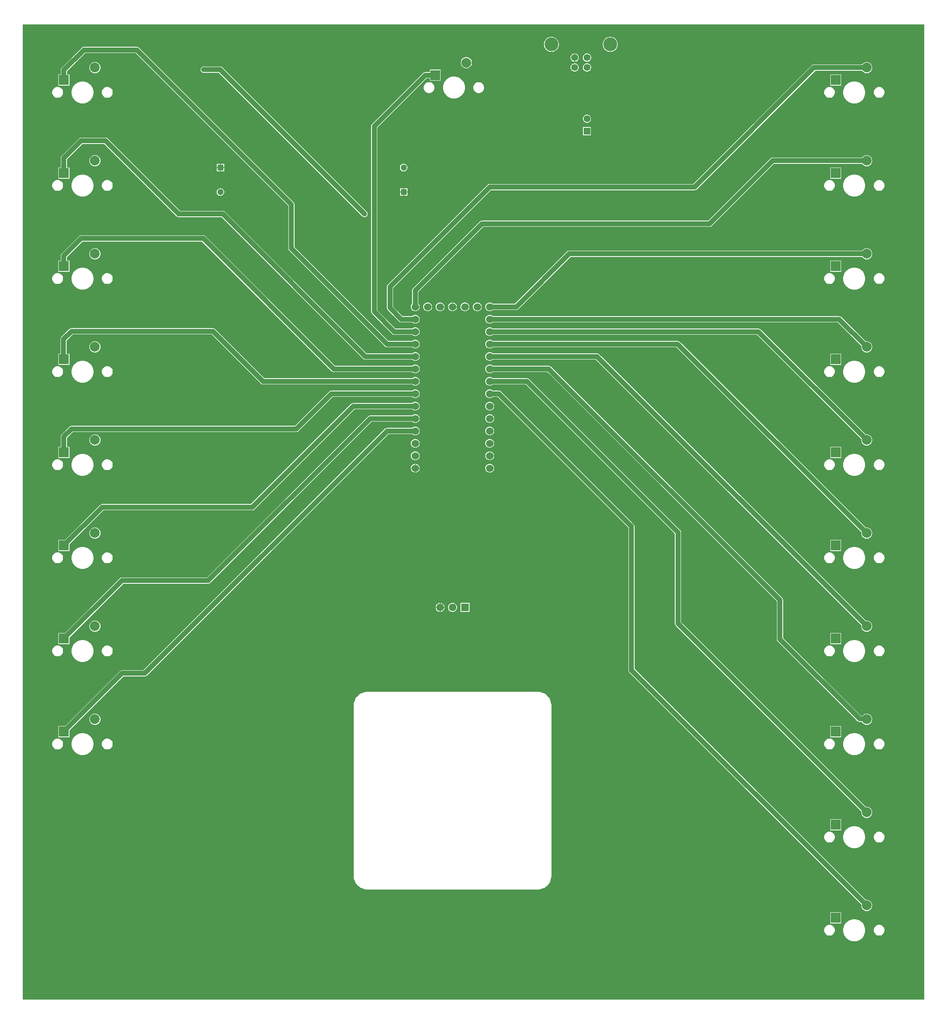
<source format=gtl>
G04*
G04 #@! TF.GenerationSoftware,Altium Limited,Altium Designer,22.10.1 (41)*
G04*
G04 Layer_Physical_Order=1*
G04 Layer_Color=255*
%FSLAX25Y25*%
%MOIN*%
G70*
G04*
G04 #@! TF.SameCoordinates,44C76E85-51F2-408D-B631-529058D5D606*
G04*
G04*
G04 #@! TF.FilePolarity,Positive*
G04*
G01*
G75*
%ADD13C,0.05118*%
%ADD14R,0.05118X0.05118*%
%ADD15C,0.06102*%
%ADD16R,0.06102X0.06102*%
%ADD20C,0.05600*%
%ADD25C,0.03937*%
%ADD26R,0.05512X0.05512*%
%ADD27C,0.05512*%
%ADD28C,0.11100*%
%ADD29C,0.06024*%
%ADD30R,0.07874X0.07874*%
%ADD31C,0.07874*%
%ADD32C,0.02362*%
G36*
X380193Y-168369D02*
X-346457D01*
Y617426D01*
X380193D01*
Y-168369D01*
D02*
G37*
%LPC*%
G36*
X127643Y607270D02*
X126451D01*
X125283Y607038D01*
X124181Y606582D01*
X123191Y605920D01*
X122348Y605077D01*
X121686Y604086D01*
X121230Y602985D01*
X120997Y601816D01*
Y600625D01*
X121230Y599456D01*
X121686Y598355D01*
X122348Y597364D01*
X123191Y596521D01*
X124181Y595859D01*
X125283Y595403D01*
X126451Y595170D01*
X127643D01*
X128812Y595403D01*
X129913Y595859D01*
X130904Y596521D01*
X131747Y597364D01*
X132409Y598355D01*
X132865Y599456D01*
X133097Y600625D01*
Y601816D01*
X132865Y602985D01*
X132409Y604086D01*
X131747Y605077D01*
X130904Y605920D01*
X129913Y606582D01*
X128812Y607038D01*
X127643Y607270D01*
D02*
G37*
G36*
X80242D02*
X79050D01*
X77881Y607038D01*
X76780Y606582D01*
X75789Y605920D01*
X74946Y605077D01*
X74284Y604086D01*
X73828Y602985D01*
X73596Y601816D01*
Y600625D01*
X73828Y599456D01*
X74284Y598355D01*
X74946Y597364D01*
X75789Y596521D01*
X76780Y595859D01*
X77881Y595403D01*
X79050Y595170D01*
X80242D01*
X81410Y595403D01*
X82511Y595859D01*
X83502Y596521D01*
X84345Y597364D01*
X85007Y598355D01*
X85463Y599456D01*
X85696Y600625D01*
Y601816D01*
X85463Y602985D01*
X85007Y604086D01*
X84345Y605077D01*
X83502Y605920D01*
X82511Y606582D01*
X81410Y607038D01*
X80242Y607270D01*
D02*
G37*
G36*
X98860Y593851D02*
X98675D01*
Y590801D01*
X101725D01*
Y590986D01*
X101500Y591825D01*
X101066Y592577D01*
X100451Y593192D01*
X99699Y593626D01*
X98860Y593851D01*
D02*
G37*
G36*
X98175D02*
X97991D01*
X97151Y593626D01*
X96399Y593192D01*
X95784Y592577D01*
X95350Y591825D01*
X95125Y590986D01*
Y590801D01*
X98175D01*
Y593851D01*
D02*
G37*
G36*
X108702D02*
X107833D01*
X106994Y593626D01*
X106242Y593192D01*
X105627Y592577D01*
X105193Y591825D01*
X104968Y590986D01*
Y590117D01*
X105193Y589277D01*
X105627Y588525D01*
X106242Y587911D01*
X106994Y587476D01*
X107833Y587251D01*
X108702D01*
X109541Y587476D01*
X110294Y587911D01*
X110908Y588525D01*
X111343Y589277D01*
X111568Y590117D01*
Y590986D01*
X111343Y591825D01*
X110908Y592577D01*
X110294Y593192D01*
X109541Y593626D01*
X108702Y593851D01*
D02*
G37*
G36*
X101725Y590301D02*
X98675D01*
Y587251D01*
X98860D01*
X99699Y587476D01*
X100451Y587911D01*
X101066Y588525D01*
X101500Y589277D01*
X101725Y590117D01*
Y590301D01*
D02*
G37*
G36*
X98175D02*
X95125D01*
Y590117D01*
X95350Y589277D01*
X95784Y588525D01*
X96399Y587911D01*
X97151Y587476D01*
X97991Y587251D01*
X98175D01*
Y590301D01*
D02*
G37*
G36*
X11660Y590896D02*
X10492D01*
X9363Y590594D01*
X8351Y590010D01*
X7525Y589184D01*
X6941Y588172D01*
X6639Y587043D01*
Y585875D01*
X6941Y584747D01*
X7525Y583735D01*
X8351Y582909D01*
X9363Y582324D01*
X10492Y582022D01*
X11660D01*
X12788Y582324D01*
X13800Y582909D01*
X14626Y583735D01*
X15210Y584747D01*
X15513Y585875D01*
Y587043D01*
X15210Y588172D01*
X14626Y589184D01*
X13800Y590010D01*
X12788Y590594D01*
X11660Y590896D01*
D02*
G37*
G36*
X108702Y585977D02*
X107833D01*
X106994Y585752D01*
X106242Y585318D01*
X105627Y584703D01*
X105193Y583951D01*
X104968Y583112D01*
Y582243D01*
X105193Y581403D01*
X105627Y580651D01*
X106242Y580036D01*
X106994Y579602D01*
X107833Y579377D01*
X108702D01*
X109541Y579602D01*
X110294Y580036D01*
X110908Y580651D01*
X111343Y581403D01*
X111568Y582243D01*
Y583112D01*
X111343Y583951D01*
X110908Y584703D01*
X110294Y585318D01*
X109541Y585752D01*
X108702Y585977D01*
D02*
G37*
G36*
X98860D02*
X97991D01*
X97151Y585752D01*
X96399Y585318D01*
X95784Y584703D01*
X95350Y583951D01*
X95125Y583112D01*
Y582243D01*
X95350Y581403D01*
X95784Y580651D01*
X96399Y580036D01*
X97151Y579602D01*
X97991Y579377D01*
X98860D01*
X99699Y579602D01*
X100451Y580036D01*
X101066Y580651D01*
X101500Y581403D01*
X101725Y582243D01*
Y583112D01*
X101500Y583951D01*
X101066Y584703D01*
X100451Y585318D01*
X99699Y585752D01*
X98860Y585977D01*
D02*
G37*
G36*
X334282Y586958D02*
X333114D01*
X331986Y586656D01*
X330974Y586072D01*
X330148Y585245D01*
X330028Y585038D01*
X291182D01*
X290219Y584846D01*
X289403Y584301D01*
X193839Y488737D01*
X29921D01*
X28958Y488546D01*
X28142Y488000D01*
X-52173Y407685D01*
X-52719Y406869D01*
X-52911Y405905D01*
Y388976D01*
X-52719Y388013D01*
X-52173Y387197D01*
X-43000Y378024D01*
X-42184Y377478D01*
X-41221Y377286D01*
X-32450D01*
X-32156Y376993D01*
X-31356Y376531D01*
X-30462Y376291D01*
X-29538D01*
X-28644Y376531D01*
X-27844Y376993D01*
X-27190Y377647D01*
X-26728Y378448D01*
X-26488Y379341D01*
Y380265D01*
X-26728Y381159D01*
X-27190Y381960D01*
X-27844Y382613D01*
X-28644Y383076D01*
X-29538Y383315D01*
X-30462D01*
X-31356Y383076D01*
X-32156Y382613D01*
X-32450Y382320D01*
X-40178D01*
X-47877Y390019D01*
Y404863D01*
X30964Y483704D01*
X194882D01*
X195845Y483895D01*
X196662Y484441D01*
X292225Y580004D01*
X330028D01*
X330148Y579797D01*
X330974Y578971D01*
X331986Y578386D01*
X333114Y578084D01*
X334282D01*
X335411Y578386D01*
X336423Y578971D01*
X337249Y579797D01*
X337833Y580808D01*
X338135Y581937D01*
Y583105D01*
X337833Y584234D01*
X337249Y585245D01*
X336423Y586072D01*
X335411Y586656D01*
X334282Y586958D01*
D02*
G37*
G36*
X-287554Y586958D02*
X-288723D01*
X-289851Y586655D01*
X-290863Y586071D01*
X-291689Y585245D01*
X-292273Y584233D01*
X-292576Y583105D01*
Y581937D01*
X-292273Y580808D01*
X-291689Y579796D01*
X-290863Y578970D01*
X-289851Y578386D01*
X-288723Y578084D01*
X-287554D01*
X-286426Y578386D01*
X-285414Y578970D01*
X-284588Y579796D01*
X-284004Y580808D01*
X-283701Y581937D01*
Y583105D01*
X-284004Y584233D01*
X-284588Y585245D01*
X-285414Y586071D01*
X-286426Y586655D01*
X-287554Y586958D01*
D02*
G37*
G36*
X-9487Y580896D02*
X-18361D01*
Y578976D01*
X-21966D01*
X-22929Y578784D01*
X-23746Y578239D01*
X-64772Y537213D01*
X-65317Y536396D01*
X-65509Y535433D01*
Y385827D01*
X-65317Y384864D01*
X-64772Y384047D01*
X-48748Y368023D01*
X-47932Y367478D01*
X-46968Y367286D01*
X-32450D01*
X-32156Y366993D01*
X-31356Y366531D01*
X-30462Y366291D01*
X-29538D01*
X-28644Y366531D01*
X-27844Y366993D01*
X-27190Y367647D01*
X-26728Y368448D01*
X-26488Y369341D01*
Y370266D01*
X-26728Y371159D01*
X-27190Y371959D01*
X-27844Y372613D01*
X-28644Y373076D01*
X-29538Y373315D01*
X-30462D01*
X-31356Y373076D01*
X-32156Y372613D01*
X-32450Y372320D01*
X-45926D01*
X-60475Y386869D01*
Y534390D01*
X-20924Y573942D01*
X-18361D01*
Y572022D01*
X-9487D01*
Y580896D01*
D02*
G37*
G36*
X313135Y576958D02*
X304261D01*
Y568084D01*
X313135D01*
Y576958D01*
D02*
G37*
G36*
X21646Y570793D02*
X20505D01*
X19403Y570498D01*
X18414Y569927D01*
X17607Y569120D01*
X17037Y568132D01*
X16741Y567030D01*
Y565889D01*
X17037Y564786D01*
X17607Y563798D01*
X18414Y562991D01*
X19403Y562420D01*
X20505Y562125D01*
X21646D01*
X22749Y562420D01*
X23737Y562991D01*
X24544Y563798D01*
X25115Y564786D01*
X25410Y565889D01*
Y567030D01*
X25115Y568132D01*
X24544Y569120D01*
X23737Y569927D01*
X22749Y570498D01*
X21646Y570793D01*
D02*
G37*
G36*
X-18354D02*
X-19495D01*
X-20597Y570498D01*
X-21586Y569927D01*
X-22392Y569120D01*
X-22963Y568132D01*
X-23258Y567030D01*
Y565889D01*
X-22963Y564786D01*
X-22392Y563798D01*
X-21586Y562991D01*
X-20597Y562420D01*
X-19495Y562125D01*
X-18354D01*
X-17251Y562420D01*
X-16263Y562991D01*
X-15456Y563798D01*
X-14885Y564786D01*
X-14590Y565889D01*
Y567030D01*
X-14885Y568132D01*
X-15456Y569120D01*
X-16263Y569927D01*
X-17251Y570498D01*
X-18354Y570793D01*
D02*
G37*
G36*
X344269Y566855D02*
X343128D01*
X342025Y566560D01*
X341037Y565989D01*
X340230Y565182D01*
X339659Y564194D01*
X339364Y563092D01*
Y561950D01*
X339659Y560848D01*
X340230Y559860D01*
X341037Y559053D01*
X342025Y558482D01*
X343128Y558187D01*
X344269D01*
X345371Y558482D01*
X346359Y559053D01*
X347166Y559860D01*
X347737Y560848D01*
X348032Y561950D01*
Y563092D01*
X347737Y564194D01*
X347166Y565182D01*
X346359Y565989D01*
X345371Y566560D01*
X344269Y566855D01*
D02*
G37*
G36*
X304269D02*
X303128D01*
X302025Y566560D01*
X301037Y565989D01*
X300230Y565182D01*
X299659Y564194D01*
X299364Y563092D01*
Y561950D01*
X299659Y560848D01*
X300230Y559860D01*
X301037Y559053D01*
X302025Y558482D01*
X303128Y558187D01*
X304269D01*
X305371Y558482D01*
X306360Y559053D01*
X307167Y559860D01*
X307737Y560848D01*
X308032Y561950D01*
Y563092D01*
X307737Y564194D01*
X307167Y565182D01*
X306360Y565989D01*
X305371Y566560D01*
X304269Y566855D01*
D02*
G37*
G36*
X-277568Y566855D02*
X-278709D01*
X-279811Y566560D01*
X-280800Y565989D01*
X-281607Y565182D01*
X-282177Y564194D01*
X-282473Y563091D01*
Y561950D01*
X-282177Y560848D01*
X-281607Y559859D01*
X-280800Y559052D01*
X-279811Y558482D01*
X-278709Y558186D01*
X-277568D01*
X-276466Y558482D01*
X-275477Y559052D01*
X-274670Y559859D01*
X-274100Y560848D01*
X-273804Y561950D01*
Y563091D01*
X-274100Y564194D01*
X-274670Y565182D01*
X-275477Y565989D01*
X-276466Y566560D01*
X-277568Y566855D01*
D02*
G37*
G36*
X-317568D02*
X-318709D01*
X-319811Y566560D01*
X-320800Y565989D01*
X-321607Y565182D01*
X-322177Y564194D01*
X-322473Y563091D01*
Y561950D01*
X-322177Y560848D01*
X-321607Y559859D01*
X-320800Y559052D01*
X-319811Y558482D01*
X-318709Y558186D01*
X-317568D01*
X-316465Y558482D01*
X-315477Y559052D01*
X-314670Y559859D01*
X-314100Y560848D01*
X-313804Y561950D01*
Y563091D01*
X-314100Y564194D01*
X-314670Y565182D01*
X-315477Y565989D01*
X-316465Y566560D01*
X-317568Y566855D01*
D02*
G37*
G36*
X1946Y575293D02*
X206D01*
X-1501Y574954D01*
X-3109Y574288D01*
X-4556Y573321D01*
X-5786Y572091D01*
X-6753Y570644D01*
X-7419Y569036D01*
X-7758Y567329D01*
Y565589D01*
X-7419Y563882D01*
X-6753Y562275D01*
X-5786Y560828D01*
X-4556Y559597D01*
X-3109Y558630D01*
X-1501Y557964D01*
X206Y557625D01*
X1946D01*
X3653Y557964D01*
X5260Y558630D01*
X6707Y559597D01*
X7938Y560828D01*
X8905Y562275D01*
X9571Y563882D01*
X9910Y565589D01*
Y567329D01*
X9571Y569036D01*
X8905Y570644D01*
X7938Y572091D01*
X6707Y573321D01*
X5260Y574288D01*
X3653Y574954D01*
X1946Y575293D01*
D02*
G37*
G36*
X324568Y571355D02*
X322828D01*
X321121Y571016D01*
X319514Y570350D01*
X318067Y569383D01*
X316836Y568153D01*
X315869Y566706D01*
X315203Y565098D01*
X314864Y563391D01*
Y561651D01*
X315203Y559944D01*
X315869Y558336D01*
X316836Y556889D01*
X318067Y555659D01*
X319514Y554692D01*
X321121Y554026D01*
X322828Y553687D01*
X324568D01*
X326275Y554026D01*
X327883Y554692D01*
X329330Y555659D01*
X330560Y556889D01*
X331527Y558336D01*
X332193Y559944D01*
X332533Y561651D01*
Y563391D01*
X332193Y565098D01*
X331527Y566706D01*
X330560Y568153D01*
X329330Y569383D01*
X327883Y570350D01*
X326275Y571016D01*
X324568Y571355D01*
D02*
G37*
G36*
X-297268Y571355D02*
X-299009D01*
X-300715Y571015D01*
X-302323Y570350D01*
X-303770Y569383D01*
X-305000Y568152D01*
X-305967Y566705D01*
X-306633Y565098D01*
X-306973Y563391D01*
Y561651D01*
X-306633Y559944D01*
X-305967Y558336D01*
X-305000Y556889D01*
X-303770Y555659D01*
X-302323Y554692D01*
X-300715Y554026D01*
X-299009Y553686D01*
X-297268D01*
X-295562Y554026D01*
X-293954Y554692D01*
X-292507Y555659D01*
X-291277Y556889D01*
X-290310Y558336D01*
X-289644Y559944D01*
X-289304Y561651D01*
Y563391D01*
X-289644Y565098D01*
X-290310Y566705D01*
X-291277Y568152D01*
X-292507Y569383D01*
X-293954Y570350D01*
X-295562Y571015D01*
X-297268Y571355D01*
D02*
G37*
G36*
X108696Y544594D02*
X107839D01*
X107011Y544373D01*
X106269Y543944D01*
X105662Y543338D01*
X105234Y542595D01*
X105012Y541767D01*
Y540910D01*
X105234Y540082D01*
X105662Y539339D01*
X106269Y538733D01*
X107011Y538305D01*
X107839Y538083D01*
X108696D01*
X109525Y538305D01*
X110267Y538733D01*
X110873Y539339D01*
X111302Y540082D01*
X111524Y540910D01*
Y541767D01*
X111302Y542595D01*
X110873Y543338D01*
X110267Y543944D01*
X109525Y544373D01*
X108696Y544594D01*
D02*
G37*
G36*
X111524Y534594D02*
X105012D01*
Y528083D01*
X111524D01*
Y534594D01*
D02*
G37*
G36*
X334282Y511958D02*
X333114D01*
X331986Y511656D01*
X330974Y511072D01*
X330148Y510245D01*
X330028Y510038D01*
X257915D01*
X256952Y509846D01*
X256135Y509301D01*
X206044Y459210D01*
X23622D01*
X22659Y459018D01*
X21842Y458473D01*
X-31780Y404851D01*
X-32325Y404034D01*
X-32517Y403071D01*
Y392253D01*
X-32810Y391960D01*
X-33272Y391159D01*
X-33512Y390265D01*
Y389341D01*
X-33272Y388448D01*
X-32810Y387647D01*
X-32156Y386993D01*
X-31356Y386531D01*
X-30462Y386291D01*
X-29538D01*
X-28644Y386531D01*
X-27844Y386993D01*
X-27190Y387647D01*
X-26728Y388448D01*
X-26488Y389341D01*
Y390265D01*
X-26728Y391159D01*
X-27190Y391960D01*
X-27483Y392253D01*
Y402028D01*
X24665Y454176D01*
X207087D01*
X208050Y454368D01*
X208866Y454913D01*
X258957Y505004D01*
X330028D01*
X330148Y504797D01*
X330974Y503971D01*
X331986Y503386D01*
X333114Y503084D01*
X334282D01*
X335411Y503386D01*
X336423Y503971D01*
X337249Y504797D01*
X337833Y505808D01*
X338135Y506937D01*
Y508105D01*
X337833Y509234D01*
X337249Y510245D01*
X336423Y511072D01*
X335411Y511656D01*
X334282Y511958D01*
D02*
G37*
G36*
X-287554Y511958D02*
X-288723D01*
X-289851Y511655D01*
X-290863Y511071D01*
X-291689Y510245D01*
X-292273Y509233D01*
X-292576Y508105D01*
Y506937D01*
X-292273Y505808D01*
X-291689Y504796D01*
X-290863Y503970D01*
X-289851Y503386D01*
X-288723Y503084D01*
X-287554D01*
X-286426Y503386D01*
X-285414Y503970D01*
X-284588Y504796D01*
X-284004Y505808D01*
X-283701Y506937D01*
Y508105D01*
X-284004Y509233D01*
X-284588Y510245D01*
X-285414Y511071D01*
X-286426Y511655D01*
X-287554Y511958D01*
D02*
G37*
G36*
X-183949Y505027D02*
X-186758D01*
Y502218D01*
X-183949D01*
Y505027D01*
D02*
G37*
G36*
X-187258D02*
X-190067D01*
Y502218D01*
X-187258D01*
Y505027D01*
D02*
G37*
G36*
X-38967D02*
X-39773D01*
X-40551Y504819D01*
X-41248Y504416D01*
X-41818Y503847D01*
X-42221Y503149D01*
X-42429Y502371D01*
Y501566D01*
X-42221Y500788D01*
X-41818Y500090D01*
X-41248Y499521D01*
X-40551Y499118D01*
X-39773Y498910D01*
X-38967D01*
X-38189Y499118D01*
X-37492Y499521D01*
X-36922Y500090D01*
X-36520Y500788D01*
X-36311Y501566D01*
Y502371D01*
X-36520Y503149D01*
X-36922Y503847D01*
X-37492Y504416D01*
X-38189Y504819D01*
X-38967Y505027D01*
D02*
G37*
G36*
X-183949Y501719D02*
X-186758D01*
Y498910D01*
X-183949D01*
Y501719D01*
D02*
G37*
G36*
X-187258D02*
X-190067D01*
Y498910D01*
X-187258D01*
Y501719D01*
D02*
G37*
G36*
X313135Y501958D02*
X304261D01*
Y493084D01*
X313135D01*
Y501958D01*
D02*
G37*
G36*
X344269Y491855D02*
X343128D01*
X342025Y491560D01*
X341037Y490989D01*
X340230Y490182D01*
X339659Y489194D01*
X339364Y488092D01*
Y486950D01*
X339659Y485848D01*
X340230Y484860D01*
X341037Y484053D01*
X342025Y483482D01*
X343128Y483187D01*
X344269D01*
X345371Y483482D01*
X346359Y484053D01*
X347166Y484860D01*
X347737Y485848D01*
X348032Y486950D01*
Y488092D01*
X347737Y489194D01*
X347166Y490182D01*
X346359Y490989D01*
X345371Y491560D01*
X344269Y491855D01*
D02*
G37*
G36*
X304269D02*
X303128D01*
X302025Y491560D01*
X301037Y490989D01*
X300230Y490182D01*
X299659Y489194D01*
X299364Y488092D01*
Y486950D01*
X299659Y485848D01*
X300230Y484860D01*
X301037Y484053D01*
X302025Y483482D01*
X303128Y483187D01*
X304269D01*
X305371Y483482D01*
X306360Y484053D01*
X307167Y484860D01*
X307737Y485848D01*
X308032Y486950D01*
Y488092D01*
X307737Y489194D01*
X307167Y490182D01*
X306360Y490989D01*
X305371Y491560D01*
X304269Y491855D01*
D02*
G37*
G36*
X-277568Y491855D02*
X-278709D01*
X-279811Y491560D01*
X-280800Y490989D01*
X-281607Y490182D01*
X-282177Y489194D01*
X-282473Y488091D01*
Y486950D01*
X-282177Y485848D01*
X-281607Y484859D01*
X-280800Y484052D01*
X-279811Y483482D01*
X-278709Y483186D01*
X-277568D01*
X-276466Y483482D01*
X-275477Y484052D01*
X-274670Y484859D01*
X-274100Y485848D01*
X-273804Y486950D01*
Y488091D01*
X-274100Y489194D01*
X-274670Y490182D01*
X-275477Y490989D01*
X-276466Y491560D01*
X-277568Y491855D01*
D02*
G37*
G36*
X-317568D02*
X-318709D01*
X-319811Y491560D01*
X-320800Y490989D01*
X-321607Y490182D01*
X-322177Y489194D01*
X-322473Y488091D01*
Y486950D01*
X-322177Y485848D01*
X-321607Y484859D01*
X-320800Y484052D01*
X-319811Y483482D01*
X-318709Y483186D01*
X-317568D01*
X-316465Y483482D01*
X-315477Y484052D01*
X-314670Y484859D01*
X-314100Y485848D01*
X-313804Y486950D01*
Y488091D01*
X-314100Y489194D01*
X-314670Y490182D01*
X-315477Y490989D01*
X-316465Y491560D01*
X-317568Y491855D01*
D02*
G37*
G36*
X-36311Y485343D02*
X-39120D01*
Y482534D01*
X-36311D01*
Y485343D01*
D02*
G37*
G36*
X-39620D02*
X-42429D01*
Y482534D01*
X-39620D01*
Y485343D01*
D02*
G37*
G36*
X-36311Y482033D02*
X-39120D01*
Y479224D01*
X-36311D01*
Y482033D01*
D02*
G37*
G36*
X-39620D02*
X-42429D01*
Y479224D01*
X-39620D01*
Y482033D01*
D02*
G37*
G36*
X-186605Y485343D02*
X-187411D01*
X-188189Y485134D01*
X-188886Y484731D01*
X-189456Y484162D01*
X-189858Y483464D01*
X-190067Y482686D01*
Y481881D01*
X-189858Y481103D01*
X-189456Y480405D01*
X-188886Y479836D01*
X-188189Y479433D01*
X-187411Y479224D01*
X-186605D01*
X-185827Y479433D01*
X-185130Y479836D01*
X-184560Y480405D01*
X-184157Y481103D01*
X-183949Y481881D01*
Y482686D01*
X-184157Y483464D01*
X-184560Y484162D01*
X-185130Y484731D01*
X-185827Y485134D01*
X-186605Y485343D01*
D02*
G37*
G36*
X324568Y496355D02*
X322828D01*
X321121Y496016D01*
X319514Y495350D01*
X318067Y494383D01*
X316836Y493153D01*
X315869Y491706D01*
X315203Y490098D01*
X314864Y488391D01*
Y486651D01*
X315203Y484944D01*
X315869Y483336D01*
X316836Y481889D01*
X318067Y480659D01*
X319514Y479692D01*
X321121Y479026D01*
X322828Y478687D01*
X324568D01*
X326275Y479026D01*
X327883Y479692D01*
X329330Y480659D01*
X330560Y481889D01*
X331527Y483336D01*
X332193Y484944D01*
X332533Y486651D01*
Y488391D01*
X332193Y490098D01*
X331527Y491706D01*
X330560Y493153D01*
X329330Y494383D01*
X327883Y495350D01*
X326275Y496016D01*
X324568Y496355D01*
D02*
G37*
G36*
X-297268Y496355D02*
X-299009D01*
X-300715Y496015D01*
X-302323Y495350D01*
X-303770Y494383D01*
X-305000Y493152D01*
X-305967Y491705D01*
X-306633Y490098D01*
X-306973Y488391D01*
Y486651D01*
X-306633Y484944D01*
X-305967Y483336D01*
X-305000Y481889D01*
X-303770Y480659D01*
X-302323Y479692D01*
X-300715Y479026D01*
X-299009Y478686D01*
X-297268D01*
X-295562Y479026D01*
X-293954Y479692D01*
X-292507Y480659D01*
X-291277Y481889D01*
X-290310Y483336D01*
X-289644Y484944D01*
X-289304Y486651D01*
Y488391D01*
X-289644Y490098D01*
X-290310Y491705D01*
X-291277Y493152D01*
X-292507Y494383D01*
X-293954Y495350D01*
X-295562Y496015D01*
X-297268Y496355D01*
D02*
G37*
G36*
X-187172Y583390D02*
X-200571D01*
X-201534Y583198D01*
X-202350Y582653D01*
X-202896Y581836D01*
X-203087Y580873D01*
X-202896Y579910D01*
X-202350Y579093D01*
X-201534Y578548D01*
X-200571Y578356D01*
X-188215D01*
X-72646Y462787D01*
X-71829Y462242D01*
X-70866Y462050D01*
X-69903Y462242D01*
X-69086Y462787D01*
X-68541Y463604D01*
X-68349Y464567D01*
X-68541Y465530D01*
X-69086Y466347D01*
X-185392Y582653D01*
X-186209Y583198D01*
X-187172Y583390D01*
D02*
G37*
G36*
X334282Y436958D02*
X333114D01*
X331986Y436656D01*
X330974Y436072D01*
X330148Y435245D01*
X330028Y435038D01*
X93938D01*
X92975Y434846D01*
X92159Y434301D01*
X50178Y392320D01*
X32450D01*
X32156Y392613D01*
X31356Y393076D01*
X30462Y393315D01*
X29538D01*
X28644Y393076D01*
X27844Y392613D01*
X27190Y391960D01*
X26728Y391159D01*
X26488Y390265D01*
Y389341D01*
X26728Y388448D01*
X27190Y387647D01*
X27844Y386993D01*
X28644Y386531D01*
X29538Y386291D01*
X30462D01*
X31356Y386531D01*
X32156Y386993D01*
X32450Y387286D01*
X51221D01*
X52184Y387478D01*
X53000Y388023D01*
X94981Y430004D01*
X330028D01*
X330148Y429797D01*
X330974Y428971D01*
X331986Y428386D01*
X333114Y428084D01*
X334282D01*
X335411Y428386D01*
X336423Y428971D01*
X337249Y429797D01*
X337833Y430808D01*
X338135Y431937D01*
Y433105D01*
X337833Y434234D01*
X337249Y435245D01*
X336423Y436072D01*
X335411Y436656D01*
X334282Y436958D01*
D02*
G37*
G36*
X-287554Y436958D02*
X-288723D01*
X-289851Y436655D01*
X-290863Y436071D01*
X-291689Y435245D01*
X-292273Y434233D01*
X-292576Y433105D01*
Y431937D01*
X-292273Y430808D01*
X-291689Y429796D01*
X-290863Y428970D01*
X-289851Y428386D01*
X-288723Y428084D01*
X-287554D01*
X-286426Y428386D01*
X-285414Y428970D01*
X-284588Y429796D01*
X-284004Y430808D01*
X-283701Y431937D01*
Y433105D01*
X-284004Y434233D01*
X-284588Y435245D01*
X-285414Y436071D01*
X-286426Y436655D01*
X-287554Y436958D01*
D02*
G37*
G36*
X313135Y426958D02*
X304261D01*
Y418084D01*
X313135D01*
Y426958D01*
D02*
G37*
G36*
X344269Y416855D02*
X343128D01*
X342025Y416560D01*
X341037Y415989D01*
X340230Y415182D01*
X339659Y414194D01*
X339364Y413092D01*
Y411950D01*
X339659Y410848D01*
X340230Y409860D01*
X341037Y409053D01*
X342025Y408482D01*
X343128Y408187D01*
X344269D01*
X345371Y408482D01*
X346359Y409053D01*
X347166Y409860D01*
X347737Y410848D01*
X348032Y411950D01*
Y413092D01*
X347737Y414194D01*
X347166Y415182D01*
X346359Y415989D01*
X345371Y416560D01*
X344269Y416855D01*
D02*
G37*
G36*
X304269D02*
X303128D01*
X302025Y416560D01*
X301037Y415989D01*
X300230Y415182D01*
X299659Y414194D01*
X299364Y413092D01*
Y411950D01*
X299659Y410848D01*
X300230Y409860D01*
X301037Y409053D01*
X302025Y408482D01*
X303128Y408187D01*
X304269D01*
X305371Y408482D01*
X306360Y409053D01*
X307167Y409860D01*
X307737Y410848D01*
X308032Y411950D01*
Y413092D01*
X307737Y414194D01*
X307167Y415182D01*
X306360Y415989D01*
X305371Y416560D01*
X304269Y416855D01*
D02*
G37*
G36*
X-277568Y416855D02*
X-278709D01*
X-279811Y416560D01*
X-280800Y415989D01*
X-281607Y415182D01*
X-282177Y414194D01*
X-282473Y413091D01*
Y411950D01*
X-282177Y410848D01*
X-281607Y409859D01*
X-280800Y409052D01*
X-279811Y408482D01*
X-278709Y408186D01*
X-277568D01*
X-276466Y408482D01*
X-275477Y409052D01*
X-274670Y409859D01*
X-274100Y410848D01*
X-273804Y411950D01*
Y413091D01*
X-274100Y414194D01*
X-274670Y415182D01*
X-275477Y415989D01*
X-276466Y416560D01*
X-277568Y416855D01*
D02*
G37*
G36*
X-317568D02*
X-318709D01*
X-319811Y416560D01*
X-320800Y415989D01*
X-321607Y415182D01*
X-322177Y414194D01*
X-322473Y413091D01*
Y411950D01*
X-322177Y410848D01*
X-321607Y409859D01*
X-320800Y409052D01*
X-319811Y408482D01*
X-318709Y408186D01*
X-317568D01*
X-316465Y408482D01*
X-315477Y409052D01*
X-314670Y409859D01*
X-314100Y410848D01*
X-313804Y411950D01*
Y413091D01*
X-314100Y414194D01*
X-314670Y415182D01*
X-315477Y415989D01*
X-316465Y416560D01*
X-317568Y416855D01*
D02*
G37*
G36*
X324568Y421355D02*
X322828D01*
X321121Y421016D01*
X319514Y420350D01*
X318067Y419383D01*
X316836Y418153D01*
X315869Y416706D01*
X315203Y415098D01*
X314864Y413391D01*
Y411651D01*
X315203Y409944D01*
X315869Y408336D01*
X316836Y406890D01*
X318067Y405659D01*
X319514Y404692D01*
X321121Y404026D01*
X322828Y403687D01*
X324568D01*
X326275Y404026D01*
X327883Y404692D01*
X329330Y405659D01*
X330560Y406890D01*
X331527Y408336D01*
X332193Y409944D01*
X332533Y411651D01*
Y413391D01*
X332193Y415098D01*
X331527Y416706D01*
X330560Y418153D01*
X329330Y419383D01*
X327883Y420350D01*
X326275Y421016D01*
X324568Y421355D01*
D02*
G37*
G36*
X-297268Y421355D02*
X-299009D01*
X-300715Y421015D01*
X-302323Y420350D01*
X-303770Y419383D01*
X-305000Y418152D01*
X-305967Y416705D01*
X-306633Y415098D01*
X-306973Y413391D01*
Y411651D01*
X-306633Y409944D01*
X-305967Y408336D01*
X-305000Y406889D01*
X-303770Y405659D01*
X-302323Y404692D01*
X-300715Y404026D01*
X-299009Y403686D01*
X-297268D01*
X-295562Y404026D01*
X-293954Y404692D01*
X-292507Y405659D01*
X-291277Y406889D01*
X-290310Y408336D01*
X-289644Y409944D01*
X-289304Y411651D01*
Y413391D01*
X-289644Y415098D01*
X-290310Y416705D01*
X-291277Y418152D01*
X-292507Y419383D01*
X-293954Y420350D01*
X-295562Y421015D01*
X-297268Y421355D01*
D02*
G37*
G36*
X462Y393315D02*
X250D01*
Y390053D01*
X3512D01*
Y390265D01*
X3272Y391159D01*
X2810Y391960D01*
X2156Y392613D01*
X1355Y393076D01*
X462Y393315D01*
D02*
G37*
G36*
X-250D02*
X-462D01*
X-1355Y393076D01*
X-2156Y392613D01*
X-2810Y391960D01*
X-3272Y391159D01*
X-3512Y390265D01*
Y390053D01*
X-250D01*
Y393315D01*
D02*
G37*
G36*
X20462D02*
X19538D01*
X18644Y393076D01*
X17844Y392613D01*
X17190Y391960D01*
X16727Y391159D01*
X16488Y390265D01*
Y389341D01*
X16727Y388448D01*
X17190Y387647D01*
X17844Y386993D01*
X18644Y386531D01*
X19538Y386291D01*
X20462D01*
X21355Y386531D01*
X22156Y386993D01*
X22810Y387647D01*
X23272Y388448D01*
X23512Y389341D01*
Y390265D01*
X23272Y391159D01*
X22810Y391960D01*
X22156Y392613D01*
X21355Y393076D01*
X20462Y393315D01*
D02*
G37*
G36*
X10462D02*
X9538D01*
X8644Y393076D01*
X7844Y392613D01*
X7190Y391960D01*
X6728Y391159D01*
X6488Y390265D01*
Y389341D01*
X6728Y388448D01*
X7190Y387647D01*
X7844Y386993D01*
X8644Y386531D01*
X9538Y386291D01*
X10462D01*
X11355Y386531D01*
X12156Y386993D01*
X12810Y387647D01*
X13273Y388448D01*
X13512Y389341D01*
Y390265D01*
X13273Y391159D01*
X12810Y391960D01*
X12156Y392613D01*
X11355Y393076D01*
X10462Y393315D01*
D02*
G37*
G36*
X3512Y389553D02*
X250D01*
Y386291D01*
X462D01*
X1355Y386531D01*
X2156Y386993D01*
X2810Y387647D01*
X3272Y388448D01*
X3512Y389341D01*
Y389553D01*
D02*
G37*
G36*
X-250D02*
X-3512D01*
Y389341D01*
X-3272Y388448D01*
X-2810Y387647D01*
X-2156Y386993D01*
X-1355Y386531D01*
X-462Y386291D01*
X-250D01*
Y389553D01*
D02*
G37*
G36*
X-9538Y393315D02*
X-10462D01*
X-11355Y393076D01*
X-12156Y392613D01*
X-12810Y391960D01*
X-13273Y391159D01*
X-13512Y390265D01*
Y389341D01*
X-13273Y388448D01*
X-12810Y387647D01*
X-12156Y386993D01*
X-11355Y386531D01*
X-10462Y386291D01*
X-9538D01*
X-8644Y386531D01*
X-7844Y386993D01*
X-7190Y387647D01*
X-6728Y388448D01*
X-6488Y389341D01*
Y390265D01*
X-6728Y391159D01*
X-7190Y391960D01*
X-7844Y392613D01*
X-8644Y393076D01*
X-9538Y393315D01*
D02*
G37*
G36*
X-19538D02*
X-20462D01*
X-21355Y393076D01*
X-22156Y392613D01*
X-22810Y391960D01*
X-23272Y391159D01*
X-23512Y390265D01*
Y389341D01*
X-23272Y388448D01*
X-22810Y387647D01*
X-22156Y386993D01*
X-21355Y386531D01*
X-20462Y386291D01*
X-19538D01*
X-18644Y386531D01*
X-17844Y386993D01*
X-17190Y387647D01*
X-16727Y388448D01*
X-16488Y389341D01*
Y390265D01*
X-16727Y391159D01*
X-17190Y391960D01*
X-17844Y392613D01*
X-18644Y393076D01*
X-19538Y393315D01*
D02*
G37*
G36*
X-254275Y599311D02*
X-296906D01*
X-297869Y599120D01*
X-298686Y598574D01*
X-314918Y582342D01*
X-315464Y581526D01*
X-315655Y580562D01*
Y576958D01*
X-317576D01*
Y568084D01*
X-308701D01*
Y576958D01*
X-310622D01*
Y579520D01*
X-295864Y594278D01*
X-255317D01*
X-132438Y471398D01*
Y437008D01*
X-132246Y436045D01*
X-131701Y435228D01*
X-54496Y358024D01*
X-53680Y357478D01*
X-52716Y357286D01*
X-32450D01*
X-32156Y356993D01*
X-31356Y356531D01*
X-30462Y356291D01*
X-29538D01*
X-28644Y356531D01*
X-27844Y356993D01*
X-27190Y357647D01*
X-26728Y358448D01*
X-26488Y359341D01*
Y360265D01*
X-26728Y361159D01*
X-27190Y361960D01*
X-27844Y362613D01*
X-28644Y363076D01*
X-29538Y363315D01*
X-30462D01*
X-31356Y363076D01*
X-32156Y362613D01*
X-32450Y362320D01*
X-51674D01*
X-127404Y438050D01*
Y472441D01*
X-127596Y473404D01*
X-128142Y474221D01*
X-252495Y598574D01*
X-253312Y599120D01*
X-254275Y599311D01*
D02*
G37*
G36*
X30462Y383315D02*
X29538D01*
X28644Y383076D01*
X27844Y382613D01*
X27190Y381960D01*
X26728Y381159D01*
X26488Y380265D01*
Y379341D01*
X26728Y378448D01*
X27190Y377647D01*
X27844Y376993D01*
X28644Y376531D01*
X29538Y376291D01*
X30462D01*
X31356Y376531D01*
X32156Y376993D01*
X32450Y377286D01*
X310374D01*
X329323Y358337D01*
X329261Y358105D01*
Y356937D01*
X329564Y355808D01*
X330148Y354797D01*
X330974Y353971D01*
X331986Y353386D01*
X333114Y353084D01*
X334282D01*
X335411Y353386D01*
X336423Y353971D01*
X337249Y354797D01*
X337833Y355808D01*
X338135Y356937D01*
Y358105D01*
X337833Y359234D01*
X337249Y360245D01*
X336423Y361071D01*
X335411Y361656D01*
X334282Y361958D01*
X333114D01*
X332883Y361896D01*
X313196Y381583D01*
X312379Y382128D01*
X311416Y382320D01*
X32450D01*
X32156Y382613D01*
X31356Y383076D01*
X30462Y383315D01*
D02*
G37*
G36*
X-287554Y361958D02*
X-288723D01*
X-289851Y361655D01*
X-290863Y361071D01*
X-291689Y360245D01*
X-292273Y359233D01*
X-292576Y358105D01*
Y356937D01*
X-292273Y355808D01*
X-291689Y354796D01*
X-290863Y353970D01*
X-289851Y353386D01*
X-288723Y353084D01*
X-287554D01*
X-286426Y353386D01*
X-285414Y353970D01*
X-284588Y354796D01*
X-284004Y355808D01*
X-283701Y356937D01*
Y358105D01*
X-284004Y359233D01*
X-284588Y360245D01*
X-285414Y361071D01*
X-286426Y361655D01*
X-287554Y361958D01*
D02*
G37*
G36*
X-279528Y526139D02*
X-299213D01*
X-300176Y525947D01*
X-300992Y525402D01*
X-314918Y511476D01*
X-315464Y510659D01*
X-315655Y509696D01*
Y501958D01*
X-317576D01*
Y493084D01*
X-308701D01*
Y501958D01*
X-310622D01*
Y508654D01*
X-298170Y521105D01*
X-280570D01*
X-222252Y462787D01*
X-221436Y462242D01*
X-220472Y462050D01*
X-186082D01*
X-72055Y348024D01*
X-71239Y347478D01*
X-70276Y347286D01*
X-32450D01*
X-32156Y346993D01*
X-31356Y346531D01*
X-30462Y346291D01*
X-29538D01*
X-28644Y346531D01*
X-27844Y346993D01*
X-27190Y347647D01*
X-26728Y348448D01*
X-26488Y349341D01*
Y350266D01*
X-26728Y351159D01*
X-27190Y351959D01*
X-27844Y352613D01*
X-28644Y353076D01*
X-29538Y353315D01*
X-30462D01*
X-31356Y353076D01*
X-32156Y352613D01*
X-32450Y352320D01*
X-69233D01*
X-183260Y466347D01*
X-184076Y466892D01*
X-185039Y467084D01*
X-219430D01*
X-277748Y525402D01*
X-278564Y525947D01*
X-279528Y526139D01*
D02*
G37*
G36*
X313135Y351958D02*
X304261D01*
Y343084D01*
X313135D01*
Y351958D01*
D02*
G37*
G36*
X-200787Y447399D02*
X-299213D01*
X-300176Y447207D01*
X-300992Y446662D01*
X-314918Y432736D01*
X-315464Y431919D01*
X-315655Y430956D01*
Y426958D01*
X-317576D01*
Y418084D01*
X-308701D01*
Y426958D01*
X-310622D01*
Y429914D01*
X-298170Y442365D01*
X-201830D01*
X-97488Y338023D01*
X-96672Y337478D01*
X-95709Y337286D01*
X-32450D01*
X-32156Y336993D01*
X-31356Y336531D01*
X-30462Y336291D01*
X-29538D01*
X-28644Y336531D01*
X-27844Y336993D01*
X-27190Y337647D01*
X-26728Y338448D01*
X-26488Y339341D01*
Y340265D01*
X-26728Y341159D01*
X-27190Y341960D01*
X-27844Y342613D01*
X-28644Y343076D01*
X-29538Y343315D01*
X-30462D01*
X-31356Y343076D01*
X-32156Y342613D01*
X-32450Y342320D01*
X-94666D01*
X-199008Y446662D01*
X-199824Y447207D01*
X-200787Y447399D01*
D02*
G37*
G36*
X344269Y341855D02*
X343128D01*
X342025Y341560D01*
X341037Y340989D01*
X340230Y340182D01*
X339659Y339194D01*
X339364Y338092D01*
Y336950D01*
X339659Y335848D01*
X340230Y334860D01*
X341037Y334053D01*
X342025Y333482D01*
X343128Y333187D01*
X344269D01*
X345371Y333482D01*
X346359Y334053D01*
X347166Y334860D01*
X347737Y335848D01*
X348032Y336950D01*
Y338092D01*
X347737Y339194D01*
X347166Y340182D01*
X346359Y340989D01*
X345371Y341560D01*
X344269Y341855D01*
D02*
G37*
G36*
X304269D02*
X303128D01*
X302025Y341560D01*
X301037Y340989D01*
X300230Y340182D01*
X299659Y339194D01*
X299364Y338092D01*
Y336950D01*
X299659Y335848D01*
X300230Y334860D01*
X301037Y334053D01*
X302025Y333482D01*
X303128Y333187D01*
X304269D01*
X305371Y333482D01*
X306360Y334053D01*
X307167Y334860D01*
X307737Y335848D01*
X308032Y336950D01*
Y338092D01*
X307737Y339194D01*
X307167Y340182D01*
X306360Y340989D01*
X305371Y341560D01*
X304269Y341855D01*
D02*
G37*
G36*
X-277568Y341855D02*
X-278709D01*
X-279811Y341560D01*
X-280800Y340989D01*
X-281607Y340182D01*
X-282177Y339194D01*
X-282473Y338091D01*
Y336950D01*
X-282177Y335848D01*
X-281607Y334859D01*
X-280800Y334052D01*
X-279811Y333482D01*
X-278709Y333186D01*
X-277568D01*
X-276466Y333482D01*
X-275477Y334052D01*
X-274670Y334859D01*
X-274100Y335848D01*
X-273804Y336950D01*
Y338091D01*
X-274100Y339194D01*
X-274670Y340182D01*
X-275477Y340989D01*
X-276466Y341560D01*
X-277568Y341855D01*
D02*
G37*
G36*
X-317568D02*
X-318709D01*
X-319811Y341560D01*
X-320800Y340989D01*
X-321607Y340182D01*
X-322177Y339194D01*
X-322473Y338091D01*
Y336950D01*
X-322177Y335848D01*
X-321607Y334859D01*
X-320800Y334052D01*
X-319811Y333482D01*
X-318709Y333186D01*
X-317568D01*
X-316465Y333482D01*
X-315477Y334052D01*
X-314670Y334859D01*
X-314100Y335848D01*
X-313804Y336950D01*
Y338091D01*
X-314100Y339194D01*
X-314670Y340182D01*
X-315477Y340989D01*
X-316465Y341560D01*
X-317568Y341855D01*
D02*
G37*
G36*
X324568Y346355D02*
X322828D01*
X321121Y346016D01*
X319514Y345350D01*
X318067Y344383D01*
X316836Y343153D01*
X315869Y341706D01*
X315203Y340098D01*
X314864Y338391D01*
Y336651D01*
X315203Y334944D01*
X315869Y333336D01*
X316836Y331890D01*
X318067Y330659D01*
X319514Y329692D01*
X321121Y329026D01*
X322828Y328687D01*
X324568D01*
X326275Y329026D01*
X327883Y329692D01*
X329330Y330659D01*
X330560Y331890D01*
X331527Y333336D01*
X332193Y334944D01*
X332533Y336651D01*
Y338391D01*
X332193Y340098D01*
X331527Y341706D01*
X330560Y343153D01*
X329330Y344383D01*
X327883Y345350D01*
X326275Y346016D01*
X324568Y346355D01*
D02*
G37*
G36*
X-297268Y346355D02*
X-299009D01*
X-300715Y346015D01*
X-302323Y345350D01*
X-303770Y344383D01*
X-305000Y343152D01*
X-305967Y341705D01*
X-306633Y340097D01*
X-306973Y338391D01*
Y336650D01*
X-306633Y334944D01*
X-305967Y333336D01*
X-305000Y331889D01*
X-303770Y330659D01*
X-302323Y329692D01*
X-300715Y329026D01*
X-299009Y328686D01*
X-297268D01*
X-295562Y329026D01*
X-293954Y329692D01*
X-292507Y330659D01*
X-291277Y331889D01*
X-290310Y333336D01*
X-289644Y334944D01*
X-289304Y336650D01*
Y338391D01*
X-289644Y340097D01*
X-290310Y341705D01*
X-291277Y343152D01*
X-292507Y344383D01*
X-293954Y345350D01*
X-295562Y346015D01*
X-297268Y346355D01*
D02*
G37*
G36*
X-192913Y372596D02*
X-307087D01*
X-308050Y372404D01*
X-308866Y371858D01*
X-315242Y365483D01*
X-315787Y364667D01*
X-315979Y363703D01*
Y351958D01*
X-317576D01*
Y343084D01*
X-308701D01*
Y351958D01*
X-310945D01*
Y362661D01*
X-306044Y367562D01*
X-193956D01*
X-154418Y328024D01*
X-153601Y327478D01*
X-152638Y327286D01*
X-32450D01*
X-32156Y326993D01*
X-31356Y326531D01*
X-30462Y326291D01*
X-29538D01*
X-28644Y326531D01*
X-27844Y326993D01*
X-27190Y327647D01*
X-26728Y328448D01*
X-26488Y329341D01*
Y330265D01*
X-26728Y331159D01*
X-27190Y331960D01*
X-27844Y332613D01*
X-28644Y333076D01*
X-29538Y333315D01*
X-30462D01*
X-31356Y333076D01*
X-32156Y332613D01*
X-32450Y332320D01*
X-151595D01*
X-191134Y371858D01*
X-191950Y372404D01*
X-192913Y372596D01*
D02*
G37*
G36*
X-29538Y323315D02*
X-30462D01*
X-31356Y323076D01*
X-32156Y322613D01*
X-32450Y322320D01*
X-97520D01*
X-98483Y322128D01*
X-99299Y321583D01*
X-127027Y293855D01*
X-307087D01*
X-308050Y293664D01*
X-308866Y293118D01*
X-314918Y287066D01*
X-315464Y286250D01*
X-315655Y285287D01*
Y276958D01*
X-317576D01*
Y268084D01*
X-308701D01*
Y276958D01*
X-310622D01*
Y284244D01*
X-306044Y288822D01*
X-125984D01*
X-125021Y289013D01*
X-124205Y289559D01*
X-96477Y317286D01*
X-32450D01*
X-32156Y316993D01*
X-31356Y316531D01*
X-30462Y316291D01*
X-29538D01*
X-28644Y316531D01*
X-27844Y316993D01*
X-27190Y317647D01*
X-26728Y318448D01*
X-26488Y319341D01*
Y320266D01*
X-26728Y321159D01*
X-27190Y321959D01*
X-27844Y322613D01*
X-28644Y323076D01*
X-29538Y323315D01*
D02*
G37*
G36*
X30462Y313315D02*
X29538D01*
X28644Y313076D01*
X27844Y312613D01*
X27190Y311960D01*
X26728Y311159D01*
X26488Y310265D01*
Y309341D01*
X26728Y308448D01*
X27190Y307647D01*
X27844Y306993D01*
X28644Y306531D01*
X29538Y306291D01*
X30462D01*
X31356Y306531D01*
X32156Y306993D01*
X32810Y307647D01*
X33272Y308448D01*
X33512Y309341D01*
Y310265D01*
X33272Y311159D01*
X32810Y311960D01*
X32156Y312613D01*
X31356Y313076D01*
X30462Y313315D01*
D02*
G37*
G36*
X-29538D02*
X-30462D01*
X-31356Y313076D01*
X-32156Y312613D01*
X-32450Y312320D01*
X-79961D01*
X-80924Y312128D01*
X-81740Y311583D01*
X-162460Y230863D01*
X-282313D01*
X-283276Y230672D01*
X-284092Y230126D01*
X-312261Y201958D01*
X-317576D01*
Y193084D01*
X-308701D01*
Y198398D01*
X-281270Y225830D01*
X-161417D01*
X-160454Y226021D01*
X-159638Y226567D01*
X-78918Y307286D01*
X-32450D01*
X-32156Y306993D01*
X-31356Y306531D01*
X-30462Y306291D01*
X-29538D01*
X-28644Y306531D01*
X-27844Y306993D01*
X-27190Y307647D01*
X-26728Y308448D01*
X-26488Y309341D01*
Y310265D01*
X-26728Y311159D01*
X-27190Y311960D01*
X-27844Y312613D01*
X-28644Y313076D01*
X-29538Y313315D01*
D02*
G37*
G36*
X30462Y303315D02*
X29538D01*
X28644Y303076D01*
X27844Y302613D01*
X27190Y301959D01*
X26728Y301159D01*
X26488Y300266D01*
Y299341D01*
X26728Y298448D01*
X27190Y297647D01*
X27844Y296993D01*
X28644Y296531D01*
X29538Y296291D01*
X30462D01*
X31356Y296531D01*
X32156Y296993D01*
X32810Y297647D01*
X33272Y298448D01*
X33512Y299341D01*
Y300266D01*
X33272Y301159D01*
X32810Y301959D01*
X32156Y302613D01*
X31356Y303076D01*
X30462Y303315D01*
D02*
G37*
G36*
X-29538D02*
X-30462D01*
X-31356Y303076D01*
X-32156Y302613D01*
X-32450Y302320D01*
X-66339D01*
X-67302Y302128D01*
X-68118Y301583D01*
X-197893Y171808D01*
X-266368D01*
X-267331Y171617D01*
X-268147Y171071D01*
X-312261Y126958D01*
X-317576D01*
Y118084D01*
X-308701D01*
Y123398D01*
X-265325Y166774D01*
X-196850D01*
X-195887Y166966D01*
X-195071Y167512D01*
X-65296Y297286D01*
X-32450D01*
X-32156Y296993D01*
X-31356Y296531D01*
X-30462Y296291D01*
X-29538D01*
X-28644Y296531D01*
X-27844Y296993D01*
X-27190Y297647D01*
X-26728Y298448D01*
X-26488Y299341D01*
Y300266D01*
X-26728Y301159D01*
X-27190Y301959D01*
X-27844Y302613D01*
X-28644Y303076D01*
X-29538Y303315D01*
D02*
G37*
G36*
Y293315D02*
X-30462D01*
X-31356Y293076D01*
X-32156Y292613D01*
X-32450Y292320D01*
X-52716D01*
X-52716Y292320D01*
X-53680Y292128D01*
X-54496Y291583D01*
X-249074Y97005D01*
X-266171D01*
X-267134Y96813D01*
X-267951Y96268D01*
X-312261Y51958D01*
X-317576D01*
Y43084D01*
X-308701D01*
Y48398D01*
X-265128Y91971D01*
X-248031D01*
X-247068Y92163D01*
X-246252Y92708D01*
X-51674Y287286D01*
X-32450D01*
X-32156Y286993D01*
X-31356Y286531D01*
X-30462Y286291D01*
X-29538D01*
X-28644Y286531D01*
X-27844Y286993D01*
X-27190Y287647D01*
X-26728Y288448D01*
X-26488Y289341D01*
Y290265D01*
X-26728Y291159D01*
X-27190Y291960D01*
X-27844Y292613D01*
X-28644Y293076D01*
X-29538Y293315D01*
D02*
G37*
G36*
X30462D02*
X29538D01*
X28644Y293076D01*
X27844Y292613D01*
X27190Y291960D01*
X26728Y291159D01*
X26488Y290265D01*
Y289341D01*
X26728Y288448D01*
X27190Y287647D01*
X27844Y286993D01*
X28644Y286531D01*
X29538Y286291D01*
X30462D01*
X31356Y286531D01*
X32156Y286993D01*
X32810Y287647D01*
X33272Y288448D01*
X33512Y289341D01*
Y290265D01*
X33272Y291159D01*
X32810Y291960D01*
X32156Y292613D01*
X31356Y293076D01*
X30462Y293315D01*
D02*
G37*
G36*
Y373315D02*
X29538D01*
X28644Y373076D01*
X27844Y372613D01*
X27190Y371959D01*
X26728Y371159D01*
X26488Y370266D01*
Y369341D01*
X26728Y368448D01*
X27190Y367647D01*
X27844Y366993D01*
X28644Y366531D01*
X29538Y366291D01*
X30462D01*
X31356Y366531D01*
X32156Y366993D01*
X32450Y367286D01*
X245374D01*
X329323Y283337D01*
X329261Y283105D01*
Y281937D01*
X329564Y280808D01*
X330148Y279797D01*
X330974Y278971D01*
X331986Y278386D01*
X333114Y278084D01*
X334282D01*
X335411Y278386D01*
X336423Y278971D01*
X337249Y279797D01*
X337833Y280808D01*
X338135Y281937D01*
Y283105D01*
X337833Y284234D01*
X337249Y285245D01*
X336423Y286071D01*
X335411Y286656D01*
X334282Y286958D01*
X333114D01*
X332883Y286896D01*
X248196Y371583D01*
X247379Y372128D01*
X246416Y372320D01*
X32450D01*
X32156Y372613D01*
X31356Y373076D01*
X30462Y373315D01*
D02*
G37*
G36*
X-287554Y286958D02*
X-288723D01*
X-289851Y286655D01*
X-290863Y286071D01*
X-291689Y285245D01*
X-292273Y284233D01*
X-292576Y283105D01*
Y281937D01*
X-292273Y280808D01*
X-291689Y279796D01*
X-290863Y278970D01*
X-289851Y278386D01*
X-288723Y278084D01*
X-287554D01*
X-286426Y278386D01*
X-285414Y278970D01*
X-284588Y279796D01*
X-284004Y280808D01*
X-283701Y281937D01*
Y283105D01*
X-284004Y284233D01*
X-284588Y285245D01*
X-285414Y286071D01*
X-286426Y286655D01*
X-287554Y286958D01*
D02*
G37*
G36*
X30462Y283315D02*
X29538D01*
X28644Y283076D01*
X27844Y282613D01*
X27190Y281960D01*
X26728Y281159D01*
X26488Y280265D01*
Y279341D01*
X26728Y278448D01*
X27190Y277647D01*
X27844Y276993D01*
X28644Y276531D01*
X29538Y276291D01*
X30462D01*
X31356Y276531D01*
X32156Y276993D01*
X32810Y277647D01*
X33272Y278448D01*
X33512Y279341D01*
Y280265D01*
X33272Y281159D01*
X32810Y281960D01*
X32156Y282613D01*
X31356Y283076D01*
X30462Y283315D01*
D02*
G37*
G36*
X-29538D02*
X-30462D01*
X-31356Y283076D01*
X-32156Y282613D01*
X-32810Y281960D01*
X-33272Y281159D01*
X-33512Y280265D01*
Y279341D01*
X-33272Y278448D01*
X-32810Y277647D01*
X-32156Y276993D01*
X-31356Y276531D01*
X-30462Y276291D01*
X-29538D01*
X-28644Y276531D01*
X-27844Y276993D01*
X-27190Y277647D01*
X-26728Y278448D01*
X-26488Y279341D01*
Y280265D01*
X-26728Y281159D01*
X-27190Y281960D01*
X-27844Y282613D01*
X-28644Y283076D01*
X-29538Y283315D01*
D02*
G37*
G36*
X30462Y273315D02*
X30250D01*
Y270053D01*
X33512D01*
Y270266D01*
X33272Y271159D01*
X32810Y271959D01*
X32156Y272613D01*
X31356Y273076D01*
X30462Y273315D01*
D02*
G37*
G36*
X29750D02*
X29538D01*
X28644Y273076D01*
X27844Y272613D01*
X27190Y271959D01*
X26728Y271159D01*
X26488Y270266D01*
Y270053D01*
X29750D01*
Y273315D01*
D02*
G37*
G36*
X313135Y276958D02*
X304261D01*
Y268084D01*
X313135D01*
Y276958D01*
D02*
G37*
G36*
X33512Y269553D02*
X30250D01*
Y266291D01*
X30462D01*
X31356Y266531D01*
X32156Y266993D01*
X32810Y267647D01*
X33272Y268448D01*
X33512Y269341D01*
Y269553D01*
D02*
G37*
G36*
X29750D02*
X26488D01*
Y269341D01*
X26728Y268448D01*
X27190Y267647D01*
X27844Y266993D01*
X28644Y266531D01*
X29538Y266291D01*
X29750D01*
Y269553D01*
D02*
G37*
G36*
X-29538Y273315D02*
X-30462D01*
X-31356Y273076D01*
X-32156Y272613D01*
X-32810Y271959D01*
X-33272Y271159D01*
X-33512Y270266D01*
Y269341D01*
X-33272Y268448D01*
X-32810Y267647D01*
X-32156Y266993D01*
X-31356Y266531D01*
X-30462Y266291D01*
X-29538D01*
X-28644Y266531D01*
X-27844Y266993D01*
X-27190Y267647D01*
X-26728Y268448D01*
X-26488Y269341D01*
Y270266D01*
X-26728Y271159D01*
X-27190Y271959D01*
X-27844Y272613D01*
X-28644Y273076D01*
X-29538Y273315D01*
D02*
G37*
G36*
Y263315D02*
X-29750D01*
Y260053D01*
X-26488D01*
Y260265D01*
X-26728Y261159D01*
X-27190Y261960D01*
X-27844Y262613D01*
X-28644Y263076D01*
X-29538Y263315D01*
D02*
G37*
G36*
X-30250D02*
X-30462D01*
X-31356Y263076D01*
X-32156Y262613D01*
X-32810Y261960D01*
X-33272Y261159D01*
X-33512Y260265D01*
Y260053D01*
X-30250D01*
Y263315D01*
D02*
G37*
G36*
X344269Y266855D02*
X343128D01*
X342025Y266560D01*
X341037Y265989D01*
X340230Y265182D01*
X339659Y264194D01*
X339364Y263092D01*
Y261950D01*
X339659Y260848D01*
X340230Y259860D01*
X341037Y259053D01*
X342025Y258482D01*
X343128Y258187D01*
X344269D01*
X345371Y258482D01*
X346359Y259053D01*
X347166Y259860D01*
X347737Y260848D01*
X348032Y261950D01*
Y263092D01*
X347737Y264194D01*
X347166Y265182D01*
X346359Y265989D01*
X345371Y266560D01*
X344269Y266855D01*
D02*
G37*
G36*
X304269D02*
X303128D01*
X302025Y266560D01*
X301037Y265989D01*
X300230Y265182D01*
X299659Y264194D01*
X299364Y263092D01*
Y261950D01*
X299659Y260848D01*
X300230Y259860D01*
X301037Y259053D01*
X302025Y258482D01*
X303128Y258187D01*
X304269D01*
X305371Y258482D01*
X306360Y259053D01*
X307167Y259860D01*
X307737Y260848D01*
X308032Y261950D01*
Y263092D01*
X307737Y264194D01*
X307167Y265182D01*
X306360Y265989D01*
X305371Y266560D01*
X304269Y266855D01*
D02*
G37*
G36*
X-277568Y266855D02*
X-278709D01*
X-279811Y266560D01*
X-280800Y265989D01*
X-281607Y265182D01*
X-282177Y264194D01*
X-282473Y263091D01*
Y261950D01*
X-282177Y260848D01*
X-281607Y259859D01*
X-280800Y259052D01*
X-279811Y258482D01*
X-278709Y258186D01*
X-277568D01*
X-276466Y258482D01*
X-275477Y259052D01*
X-274670Y259859D01*
X-274100Y260848D01*
X-273804Y261950D01*
Y263091D01*
X-274100Y264194D01*
X-274670Y265182D01*
X-275477Y265989D01*
X-276466Y266560D01*
X-277568Y266855D01*
D02*
G37*
G36*
X-317568D02*
X-318709D01*
X-319811Y266560D01*
X-320800Y265989D01*
X-321607Y265182D01*
X-322177Y264194D01*
X-322473Y263091D01*
Y261950D01*
X-322177Y260848D01*
X-321607Y259859D01*
X-320800Y259052D01*
X-319811Y258482D01*
X-318709Y258186D01*
X-317568D01*
X-316465Y258482D01*
X-315477Y259052D01*
X-314670Y259859D01*
X-314100Y260848D01*
X-313804Y261950D01*
Y263091D01*
X-314100Y264194D01*
X-314670Y265182D01*
X-315477Y265989D01*
X-316465Y266560D01*
X-317568Y266855D01*
D02*
G37*
G36*
X30462Y263315D02*
X29538D01*
X28644Y263076D01*
X27844Y262613D01*
X27190Y261960D01*
X26728Y261159D01*
X26488Y260265D01*
Y259341D01*
X26728Y258448D01*
X27190Y257647D01*
X27844Y256993D01*
X28644Y256531D01*
X29538Y256291D01*
X30462D01*
X31356Y256531D01*
X32156Y256993D01*
X32810Y257647D01*
X33272Y258448D01*
X33512Y259341D01*
Y260265D01*
X33272Y261159D01*
X32810Y261960D01*
X32156Y262613D01*
X31356Y263076D01*
X30462Y263315D01*
D02*
G37*
G36*
X-26488Y259553D02*
X-29750D01*
Y256291D01*
X-29538D01*
X-28644Y256531D01*
X-27844Y256993D01*
X-27190Y257647D01*
X-26728Y258448D01*
X-26488Y259341D01*
Y259553D01*
D02*
G37*
G36*
X-30250D02*
X-33512D01*
Y259341D01*
X-33272Y258448D01*
X-32810Y257647D01*
X-32156Y256993D01*
X-31356Y256531D01*
X-30462Y256291D01*
X-30250D01*
Y259553D01*
D02*
G37*
G36*
X324568Y271355D02*
X322828D01*
X321121Y271016D01*
X319514Y270350D01*
X318067Y269383D01*
X316836Y268153D01*
X315869Y266706D01*
X315203Y265098D01*
X314864Y263391D01*
Y261651D01*
X315203Y259944D01*
X315869Y258336D01*
X316836Y256890D01*
X318067Y255659D01*
X319514Y254692D01*
X321121Y254026D01*
X322828Y253687D01*
X324568D01*
X326275Y254026D01*
X327883Y254692D01*
X329330Y255659D01*
X330560Y256890D01*
X331527Y258336D01*
X332193Y259944D01*
X332533Y261651D01*
Y263391D01*
X332193Y265098D01*
X331527Y266706D01*
X330560Y268153D01*
X329330Y269383D01*
X327883Y270350D01*
X326275Y271016D01*
X324568Y271355D01*
D02*
G37*
G36*
X-297268Y271355D02*
X-299009D01*
X-300715Y271015D01*
X-302323Y270350D01*
X-303770Y269383D01*
X-305000Y268152D01*
X-305967Y266705D01*
X-306633Y265097D01*
X-306973Y263391D01*
Y261650D01*
X-306633Y259944D01*
X-305967Y258336D01*
X-305000Y256889D01*
X-303770Y255659D01*
X-302323Y254692D01*
X-300715Y254026D01*
X-299009Y253686D01*
X-297268D01*
X-295562Y254026D01*
X-293954Y254692D01*
X-292507Y255659D01*
X-291277Y256889D01*
X-290310Y258336D01*
X-289644Y259944D01*
X-289304Y261650D01*
Y263391D01*
X-289644Y265097D01*
X-290310Y266705D01*
X-291277Y268152D01*
X-292507Y269383D01*
X-293954Y270350D01*
X-295562Y271015D01*
X-297268Y271355D01*
D02*
G37*
G36*
X30462Y363315D02*
X29538D01*
X28644Y363076D01*
X27844Y362613D01*
X27190Y361960D01*
X26728Y361159D01*
X26488Y360265D01*
Y359341D01*
X26728Y358448D01*
X27190Y357647D01*
X27844Y356993D01*
X28644Y356531D01*
X29538Y356291D01*
X30462D01*
X31356Y356531D01*
X32156Y356993D01*
X32450Y357286D01*
X180374D01*
X329323Y208337D01*
X329261Y208105D01*
Y206937D01*
X329564Y205808D01*
X330148Y204797D01*
X330974Y203971D01*
X331986Y203386D01*
X333114Y203084D01*
X334282D01*
X335411Y203386D01*
X336423Y203971D01*
X337249Y204797D01*
X337833Y205808D01*
X338135Y206937D01*
Y208105D01*
X337833Y209234D01*
X337249Y210245D01*
X336423Y211071D01*
X335411Y211656D01*
X334282Y211958D01*
X333114D01*
X332883Y211896D01*
X183196Y361583D01*
X182379Y362128D01*
X181416Y362320D01*
X32450D01*
X32156Y362613D01*
X31356Y363076D01*
X30462Y363315D01*
D02*
G37*
G36*
X-287554Y211958D02*
X-288723D01*
X-289851Y211655D01*
X-290863Y211071D01*
X-291689Y210245D01*
X-292273Y209233D01*
X-292576Y208105D01*
Y206937D01*
X-292273Y205808D01*
X-291689Y204796D01*
X-290863Y203970D01*
X-289851Y203386D01*
X-288723Y203084D01*
X-287554D01*
X-286426Y203386D01*
X-285414Y203970D01*
X-284588Y204796D01*
X-284004Y205808D01*
X-283701Y206937D01*
Y208105D01*
X-284004Y209233D01*
X-284588Y210245D01*
X-285414Y211071D01*
X-286426Y211655D01*
X-287554Y211958D01*
D02*
G37*
G36*
X313135Y201958D02*
X304261D01*
Y193084D01*
X313135D01*
Y201958D01*
D02*
G37*
G36*
X344269Y191855D02*
X343128D01*
X342025Y191560D01*
X341037Y190989D01*
X340230Y190182D01*
X339659Y189194D01*
X339364Y188092D01*
Y186951D01*
X339659Y185848D01*
X340230Y184860D01*
X341037Y184053D01*
X342025Y183482D01*
X343128Y183187D01*
X344269D01*
X345371Y183482D01*
X346359Y184053D01*
X347166Y184860D01*
X347737Y185848D01*
X348032Y186951D01*
Y188092D01*
X347737Y189194D01*
X347166Y190182D01*
X346359Y190989D01*
X345371Y191560D01*
X344269Y191855D01*
D02*
G37*
G36*
X304269D02*
X303128D01*
X302025Y191560D01*
X301037Y190989D01*
X300230Y190182D01*
X299659Y189194D01*
X299364Y188092D01*
Y186951D01*
X299659Y185848D01*
X300230Y184860D01*
X301037Y184053D01*
X302025Y183482D01*
X303128Y183187D01*
X304269D01*
X305371Y183482D01*
X306360Y184053D01*
X307167Y184860D01*
X307737Y185848D01*
X308032Y186951D01*
Y188092D01*
X307737Y189194D01*
X307167Y190182D01*
X306360Y190989D01*
X305371Y191560D01*
X304269Y191855D01*
D02*
G37*
G36*
X-277568Y191855D02*
X-278709D01*
X-279811Y191560D01*
X-280800Y190989D01*
X-281607Y190182D01*
X-282177Y189194D01*
X-282473Y188091D01*
Y186950D01*
X-282177Y185848D01*
X-281607Y184859D01*
X-280800Y184052D01*
X-279811Y183482D01*
X-278709Y183186D01*
X-277568D01*
X-276466Y183482D01*
X-275477Y184052D01*
X-274670Y184859D01*
X-274100Y185848D01*
X-273804Y186950D01*
Y188091D01*
X-274100Y189194D01*
X-274670Y190182D01*
X-275477Y190989D01*
X-276466Y191560D01*
X-277568Y191855D01*
D02*
G37*
G36*
X-317568D02*
X-318709D01*
X-319811Y191560D01*
X-320800Y190989D01*
X-321607Y190182D01*
X-322177Y189194D01*
X-322473Y188091D01*
Y186950D01*
X-322177Y185848D01*
X-321607Y184859D01*
X-320800Y184052D01*
X-319811Y183482D01*
X-318709Y183186D01*
X-317568D01*
X-316465Y183482D01*
X-315477Y184052D01*
X-314670Y184859D01*
X-314100Y185848D01*
X-313804Y186950D01*
Y188091D01*
X-314100Y189194D01*
X-314670Y190182D01*
X-315477Y190989D01*
X-316465Y191560D01*
X-317568Y191855D01*
D02*
G37*
G36*
X324568Y196355D02*
X322828D01*
X321121Y196016D01*
X319514Y195350D01*
X318067Y194383D01*
X316836Y193153D01*
X315869Y191706D01*
X315203Y190098D01*
X314864Y188391D01*
Y186651D01*
X315203Y184944D01*
X315869Y183336D01*
X316836Y181890D01*
X318067Y180659D01*
X319514Y179692D01*
X321121Y179026D01*
X322828Y178687D01*
X324568D01*
X326275Y179026D01*
X327883Y179692D01*
X329330Y180659D01*
X330560Y181890D01*
X331527Y183336D01*
X332193Y184944D01*
X332533Y186651D01*
Y188391D01*
X332193Y190098D01*
X331527Y191706D01*
X330560Y193153D01*
X329330Y194383D01*
X327883Y195350D01*
X326275Y196016D01*
X324568Y196355D01*
D02*
G37*
G36*
X-297268Y196355D02*
X-299009D01*
X-300715Y196015D01*
X-302323Y195350D01*
X-303770Y194383D01*
X-305000Y193152D01*
X-305967Y191705D01*
X-306633Y190097D01*
X-306973Y188391D01*
Y186651D01*
X-306633Y184944D01*
X-305967Y183336D01*
X-305000Y181889D01*
X-303770Y180659D01*
X-302323Y179692D01*
X-300715Y179026D01*
X-299009Y178686D01*
X-297268D01*
X-295562Y179026D01*
X-293954Y179692D01*
X-292507Y180659D01*
X-291277Y181889D01*
X-290310Y183336D01*
X-289644Y184944D01*
X-289304Y186651D01*
Y188391D01*
X-289644Y190097D01*
X-290310Y191705D01*
X-291277Y193152D01*
X-292507Y194383D01*
X-293954Y195350D01*
X-295562Y196015D01*
X-297268Y196355D01*
D02*
G37*
G36*
X-9533Y151189D02*
X-9750D01*
Y147888D01*
X-6449D01*
Y148105D01*
X-6691Y149009D01*
X-7158Y149818D01*
X-7819Y150479D01*
X-8629Y150947D01*
X-9533Y151189D01*
D02*
G37*
G36*
X-10250D02*
X-10468D01*
X-11371Y150947D01*
X-12180Y150479D01*
X-12842Y149818D01*
X-13309Y149009D01*
X-13551Y148105D01*
Y147888D01*
X-10250D01*
Y151189D01*
D02*
G37*
G36*
X13551D02*
X6449D01*
Y144087D01*
X13551D01*
Y151189D01*
D02*
G37*
G36*
X467D02*
X-467D01*
X-1371Y150947D01*
X-2180Y150479D01*
X-2842Y149818D01*
X-3309Y149009D01*
X-3551Y148105D01*
Y147170D01*
X-3309Y146267D01*
X-2842Y145457D01*
X-2180Y144796D01*
X-1371Y144329D01*
X-467Y144087D01*
X467D01*
X1371Y144329D01*
X2180Y144796D01*
X2842Y145457D01*
X3309Y146267D01*
X3551Y147170D01*
Y148105D01*
X3309Y149009D01*
X2842Y149818D01*
X2180Y150479D01*
X1371Y150947D01*
X467Y151189D01*
D02*
G37*
G36*
X-6449Y147388D02*
X-9750D01*
Y144087D01*
X-9533D01*
X-8629Y144329D01*
X-7819Y144796D01*
X-7158Y145457D01*
X-6691Y146267D01*
X-6449Y147170D01*
Y147388D01*
D02*
G37*
G36*
X-10250D02*
X-13551D01*
Y147170D01*
X-13309Y146267D01*
X-12842Y145457D01*
X-12180Y144796D01*
X-11371Y144329D01*
X-10468Y144087D01*
X-10250D01*
Y147388D01*
D02*
G37*
G36*
X30462Y353315D02*
X29538D01*
X28644Y353076D01*
X27844Y352613D01*
X27190Y351959D01*
X26728Y351159D01*
X26488Y350266D01*
Y349341D01*
X26728Y348448D01*
X27190Y347647D01*
X27844Y346993D01*
X28644Y346531D01*
X29538Y346291D01*
X30462D01*
X31356Y346531D01*
X32156Y346993D01*
X32450Y347286D01*
X115374D01*
X329323Y133337D01*
X329261Y133105D01*
Y131937D01*
X329564Y130808D01*
X330148Y129797D01*
X330974Y128971D01*
X331986Y128386D01*
X333114Y128084D01*
X334282D01*
X335411Y128386D01*
X336423Y128971D01*
X337249Y129797D01*
X337833Y130808D01*
X338135Y131937D01*
Y133105D01*
X337833Y134234D01*
X337249Y135246D01*
X336423Y136072D01*
X335411Y136656D01*
X334282Y136958D01*
X333114D01*
X332883Y136896D01*
X118196Y351583D01*
X117379Y352128D01*
X116416Y352320D01*
X32450D01*
X32156Y352613D01*
X31356Y353076D01*
X30462Y353315D01*
D02*
G37*
G36*
X-287554Y136958D02*
X-288723D01*
X-289851Y136655D01*
X-290863Y136071D01*
X-291689Y135245D01*
X-292273Y134233D01*
X-292576Y133105D01*
Y131937D01*
X-292273Y130808D01*
X-291689Y129796D01*
X-290863Y128970D01*
X-289851Y128386D01*
X-288723Y128084D01*
X-287554D01*
X-286426Y128386D01*
X-285414Y128970D01*
X-284588Y129796D01*
X-284004Y130808D01*
X-283701Y131937D01*
Y133105D01*
X-284004Y134233D01*
X-284588Y135245D01*
X-285414Y136071D01*
X-286426Y136655D01*
X-287554Y136958D01*
D02*
G37*
G36*
X313135Y126958D02*
X304261D01*
Y118084D01*
X313135D01*
Y126958D01*
D02*
G37*
G36*
X344269Y116855D02*
X343128D01*
X342025Y116560D01*
X341037Y115989D01*
X340230Y115182D01*
X339659Y114194D01*
X339364Y113092D01*
Y111951D01*
X339659Y110848D01*
X340230Y109860D01*
X341037Y109053D01*
X342025Y108482D01*
X343128Y108187D01*
X344269D01*
X345371Y108482D01*
X346359Y109053D01*
X347166Y109860D01*
X347737Y110848D01*
X348032Y111951D01*
Y113092D01*
X347737Y114194D01*
X347166Y115182D01*
X346359Y115989D01*
X345371Y116560D01*
X344269Y116855D01*
D02*
G37*
G36*
X304269D02*
X303128D01*
X302025Y116560D01*
X301037Y115989D01*
X300230Y115182D01*
X299659Y114194D01*
X299364Y113092D01*
Y111951D01*
X299659Y110848D01*
X300230Y109860D01*
X301037Y109053D01*
X302025Y108482D01*
X303128Y108187D01*
X304269D01*
X305371Y108482D01*
X306360Y109053D01*
X307167Y109860D01*
X307737Y110848D01*
X308032Y111951D01*
Y113092D01*
X307737Y114194D01*
X307167Y115182D01*
X306360Y115989D01*
X305371Y116560D01*
X304269Y116855D01*
D02*
G37*
G36*
X-277568Y116855D02*
X-278709D01*
X-279811Y116560D01*
X-280800Y115989D01*
X-281607Y115182D01*
X-282177Y114194D01*
X-282473Y113091D01*
Y111950D01*
X-282177Y110848D01*
X-281607Y109859D01*
X-280800Y109052D01*
X-279811Y108482D01*
X-278709Y108186D01*
X-277568D01*
X-276466Y108482D01*
X-275477Y109052D01*
X-274670Y109859D01*
X-274100Y110848D01*
X-273804Y111950D01*
Y113091D01*
X-274100Y114194D01*
X-274670Y115182D01*
X-275477Y115989D01*
X-276466Y116560D01*
X-277568Y116855D01*
D02*
G37*
G36*
X-317568D02*
X-318709D01*
X-319811Y116560D01*
X-320800Y115989D01*
X-321607Y115182D01*
X-322177Y114194D01*
X-322473Y113091D01*
Y111950D01*
X-322177Y110848D01*
X-321607Y109859D01*
X-320800Y109052D01*
X-319811Y108482D01*
X-318709Y108186D01*
X-317568D01*
X-316465Y108482D01*
X-315477Y109052D01*
X-314670Y109859D01*
X-314100Y110848D01*
X-313804Y111950D01*
Y113091D01*
X-314100Y114194D01*
X-314670Y115182D01*
X-315477Y115989D01*
X-316465Y116560D01*
X-317568Y116855D01*
D02*
G37*
G36*
X324568Y121355D02*
X322828D01*
X321121Y121016D01*
X319514Y120350D01*
X318067Y119383D01*
X316836Y118153D01*
X315869Y116706D01*
X315203Y115098D01*
X314864Y113391D01*
Y111651D01*
X315203Y109944D01*
X315869Y108336D01*
X316836Y106890D01*
X318067Y105659D01*
X319514Y104692D01*
X321121Y104026D01*
X322828Y103687D01*
X324568D01*
X326275Y104026D01*
X327883Y104692D01*
X329330Y105659D01*
X330560Y106890D01*
X331527Y108336D01*
X332193Y109944D01*
X332533Y111651D01*
Y113391D01*
X332193Y115098D01*
X331527Y116706D01*
X330560Y118153D01*
X329330Y119383D01*
X327883Y120350D01*
X326275Y121016D01*
X324568Y121355D01*
D02*
G37*
G36*
X-297268Y121355D02*
X-299009D01*
X-300715Y121015D01*
X-302323Y120350D01*
X-303770Y119383D01*
X-305000Y118152D01*
X-305967Y116705D01*
X-306633Y115097D01*
X-306973Y113391D01*
Y111651D01*
X-306633Y109944D01*
X-305967Y108336D01*
X-305000Y106889D01*
X-303770Y105659D01*
X-302323Y104692D01*
X-300715Y104026D01*
X-299009Y103686D01*
X-297268D01*
X-295562Y104026D01*
X-293954Y104692D01*
X-292507Y105659D01*
X-291277Y106889D01*
X-290310Y108336D01*
X-289644Y109944D01*
X-289304Y111651D01*
Y113391D01*
X-289644Y115097D01*
X-290310Y116705D01*
X-291277Y118152D01*
X-292507Y119383D01*
X-293954Y120350D01*
X-295562Y121015D01*
X-297268Y121355D01*
D02*
G37*
G36*
X30462Y343315D02*
X29538D01*
X28644Y343076D01*
X27844Y342613D01*
X27190Y341960D01*
X26728Y341159D01*
X26488Y340265D01*
Y339341D01*
X26728Y338448D01*
X27190Y337647D01*
X27844Y336993D01*
X28644Y336531D01*
X29538Y336291D01*
X30462D01*
X31356Y336531D01*
X32156Y336993D01*
X32450Y337286D01*
X76477D01*
X261263Y152501D01*
Y122047D01*
X261454Y121084D01*
X262000Y120268D01*
X326200Y56068D01*
X327016Y55522D01*
X327979Y55331D01*
X329839D01*
X330148Y54797D01*
X330974Y53971D01*
X331986Y53386D01*
X333114Y53084D01*
X334282D01*
X335411Y53386D01*
X336423Y53971D01*
X337249Y54797D01*
X337833Y55808D01*
X338135Y56937D01*
Y58105D01*
X337833Y59234D01*
X337249Y60246D01*
X336423Y61072D01*
X335411Y61656D01*
X334282Y61958D01*
X333114D01*
X331986Y61656D01*
X330974Y61072D01*
X330267Y60364D01*
X329022D01*
X266296Y123090D01*
Y153543D01*
X266105Y154507D01*
X265559Y155323D01*
X79299Y341583D01*
X78483Y342128D01*
X77520Y342320D01*
X32450D01*
X32156Y342613D01*
X31356Y343076D01*
X30462Y343315D01*
D02*
G37*
G36*
X-287554Y61958D02*
X-288723D01*
X-289851Y61655D01*
X-290863Y61071D01*
X-291689Y60245D01*
X-292273Y59233D01*
X-292576Y58105D01*
Y56937D01*
X-292273Y55808D01*
X-291689Y54796D01*
X-290863Y53970D01*
X-289851Y53386D01*
X-288723Y53084D01*
X-287554D01*
X-286426Y53386D01*
X-285414Y53970D01*
X-284588Y54796D01*
X-284004Y55808D01*
X-283701Y56937D01*
Y58105D01*
X-284004Y59233D01*
X-284588Y60245D01*
X-285414Y61071D01*
X-286426Y61655D01*
X-287554Y61958D01*
D02*
G37*
G36*
X313135Y51958D02*
X304261D01*
Y43084D01*
X313135D01*
Y51958D01*
D02*
G37*
G36*
X344269Y41855D02*
X343128D01*
X342025Y41560D01*
X341037Y40989D01*
X340230Y40182D01*
X339659Y39194D01*
X339364Y38092D01*
Y36950D01*
X339659Y35848D01*
X340230Y34860D01*
X341037Y34053D01*
X342025Y33482D01*
X343128Y33187D01*
X344269D01*
X345371Y33482D01*
X346359Y34053D01*
X347166Y34860D01*
X347737Y35848D01*
X348032Y36950D01*
Y38092D01*
X347737Y39194D01*
X347166Y40182D01*
X346359Y40989D01*
X345371Y41560D01*
X344269Y41855D01*
D02*
G37*
G36*
X304269D02*
X303128D01*
X302025Y41560D01*
X301037Y40989D01*
X300230Y40182D01*
X299659Y39194D01*
X299364Y38092D01*
Y36950D01*
X299659Y35848D01*
X300230Y34860D01*
X301037Y34053D01*
X302025Y33482D01*
X303128Y33187D01*
X304269D01*
X305371Y33482D01*
X306360Y34053D01*
X307167Y34860D01*
X307737Y35848D01*
X308032Y36950D01*
Y38092D01*
X307737Y39194D01*
X307167Y40182D01*
X306360Y40989D01*
X305371Y41560D01*
X304269Y41855D01*
D02*
G37*
G36*
X-277568Y41855D02*
X-278709D01*
X-279811Y41559D01*
X-280800Y40989D01*
X-281607Y40182D01*
X-282177Y39194D01*
X-282473Y38091D01*
Y36950D01*
X-282177Y35848D01*
X-281607Y34859D01*
X-280800Y34052D01*
X-279811Y33482D01*
X-278709Y33186D01*
X-277568D01*
X-276466Y33482D01*
X-275477Y34052D01*
X-274670Y34859D01*
X-274100Y35848D01*
X-273804Y36950D01*
Y38091D01*
X-274100Y39194D01*
X-274670Y40182D01*
X-275477Y40989D01*
X-276466Y41559D01*
X-277568Y41855D01*
D02*
G37*
G36*
X-317568D02*
X-318709D01*
X-319811Y41559D01*
X-320800Y40989D01*
X-321607Y40182D01*
X-322177Y39194D01*
X-322473Y38091D01*
Y36950D01*
X-322177Y35848D01*
X-321607Y34859D01*
X-320800Y34052D01*
X-319811Y33482D01*
X-318709Y33186D01*
X-317568D01*
X-316465Y33482D01*
X-315477Y34052D01*
X-314670Y34859D01*
X-314100Y35848D01*
X-313804Y36950D01*
Y38091D01*
X-314100Y39194D01*
X-314670Y40182D01*
X-315477Y40989D01*
X-316465Y41559D01*
X-317568Y41855D01*
D02*
G37*
G36*
X324568Y46355D02*
X322828D01*
X321121Y46016D01*
X319514Y45350D01*
X318067Y44383D01*
X316836Y43153D01*
X315869Y41706D01*
X315203Y40098D01*
X314864Y38391D01*
Y36651D01*
X315203Y34944D01*
X315869Y33336D01*
X316836Y31890D01*
X318067Y30659D01*
X319514Y29692D01*
X321121Y29026D01*
X322828Y28687D01*
X324568D01*
X326275Y29026D01*
X327883Y29692D01*
X329330Y30659D01*
X330560Y31890D01*
X331527Y33336D01*
X332193Y34944D01*
X332533Y36651D01*
Y38391D01*
X332193Y40098D01*
X331527Y41706D01*
X330560Y43153D01*
X329330Y44383D01*
X327883Y45350D01*
X326275Y46016D01*
X324568Y46355D01*
D02*
G37*
G36*
X-297268Y46355D02*
X-299009D01*
X-300715Y46015D01*
X-302323Y45349D01*
X-303770Y44383D01*
X-305000Y43152D01*
X-305967Y41705D01*
X-306633Y40097D01*
X-306973Y38391D01*
Y36650D01*
X-306633Y34944D01*
X-305967Y33336D01*
X-305000Y31889D01*
X-303770Y30659D01*
X-302323Y29692D01*
X-300715Y29026D01*
X-299009Y28686D01*
X-297268D01*
X-295562Y29026D01*
X-293954Y29692D01*
X-292507Y30659D01*
X-291277Y31889D01*
X-290310Y33336D01*
X-289644Y34944D01*
X-289304Y36650D01*
Y38391D01*
X-289644Y40097D01*
X-290310Y41705D01*
X-291277Y43152D01*
X-292507Y44383D01*
X-293954Y45349D01*
X-295562Y46015D01*
X-297268Y46355D01*
D02*
G37*
G36*
X30462Y333315D02*
X29538D01*
X28644Y333076D01*
X27844Y332613D01*
X27190Y331960D01*
X26728Y331159D01*
X26488Y330265D01*
Y329341D01*
X26728Y328448D01*
X27190Y327647D01*
X27844Y326993D01*
X28644Y326531D01*
X29538Y326291D01*
X30462D01*
X31356Y326531D01*
X32156Y326993D01*
X32450Y327286D01*
X58918D01*
X179155Y207049D01*
Y134547D01*
X179347Y133584D01*
X179892Y132767D01*
X329323Y-16663D01*
X329261Y-16895D01*
Y-18063D01*
X329564Y-19192D01*
X330148Y-20203D01*
X330974Y-21029D01*
X331986Y-21614D01*
X333114Y-21916D01*
X334282D01*
X335411Y-21614D01*
X336423Y-21029D01*
X337249Y-20203D01*
X337833Y-19192D01*
X338135Y-18063D01*
Y-16895D01*
X337833Y-15766D01*
X337249Y-14755D01*
X336423Y-13928D01*
X335411Y-13344D01*
X334282Y-13042D01*
X333114D01*
X332883Y-13104D01*
X184189Y135590D01*
Y208092D01*
X183997Y209055D01*
X183452Y209871D01*
X61740Y331583D01*
X60924Y332128D01*
X59961Y332320D01*
X32450D01*
X32156Y332613D01*
X31356Y333076D01*
X30462Y333315D01*
D02*
G37*
G36*
X313135Y-23042D02*
X304261D01*
Y-31916D01*
X313135D01*
Y-23042D01*
D02*
G37*
G36*
X344269Y-33145D02*
X343128D01*
X342025Y-33440D01*
X341037Y-34011D01*
X340230Y-34818D01*
X339659Y-35806D01*
X339364Y-36908D01*
Y-38050D01*
X339659Y-39152D01*
X340230Y-40140D01*
X341037Y-40947D01*
X342025Y-41518D01*
X343128Y-41813D01*
X344269D01*
X345371Y-41518D01*
X346359Y-40947D01*
X347166Y-40140D01*
X347737Y-39152D01*
X348032Y-38050D01*
Y-36908D01*
X347737Y-35806D01*
X347166Y-34818D01*
X346359Y-34011D01*
X345371Y-33440D01*
X344269Y-33145D01*
D02*
G37*
G36*
X304269D02*
X303128D01*
X302025Y-33440D01*
X301037Y-34011D01*
X300230Y-34818D01*
X299659Y-35806D01*
X299364Y-36908D01*
Y-38050D01*
X299659Y-39152D01*
X300230Y-40140D01*
X301037Y-40947D01*
X302025Y-41518D01*
X303128Y-41813D01*
X304269D01*
X305371Y-41518D01*
X306360Y-40947D01*
X307167Y-40140D01*
X307737Y-39152D01*
X308032Y-38050D01*
Y-36908D01*
X307737Y-35806D01*
X307167Y-34818D01*
X306360Y-34011D01*
X305371Y-33440D01*
X304269Y-33145D01*
D02*
G37*
G36*
X324568Y-28645D02*
X322828D01*
X321121Y-28984D01*
X319514Y-29650D01*
X318067Y-30617D01*
X316836Y-31847D01*
X315869Y-33294D01*
X315203Y-34902D01*
X314864Y-36609D01*
Y-38349D01*
X315203Y-40056D01*
X315869Y-41664D01*
X316836Y-43110D01*
X318067Y-44341D01*
X319514Y-45308D01*
X321121Y-45974D01*
X322828Y-46313D01*
X324568D01*
X326275Y-45974D01*
X327883Y-45308D01*
X329330Y-44341D01*
X330560Y-43110D01*
X331527Y-41664D01*
X332193Y-40056D01*
X332533Y-38349D01*
Y-36609D01*
X332193Y-34902D01*
X331527Y-33294D01*
X330560Y-31847D01*
X329330Y-30617D01*
X327883Y-29650D01*
X326275Y-28984D01*
X324568Y-28645D01*
D02*
G37*
G36*
X69725Y79543D02*
X-69725D01*
X-69803Y79528D01*
X-69882D01*
X-71814Y79143D01*
X-71887Y79113D01*
X-71964Y79098D01*
X-73784Y78344D01*
X-73850Y78300D01*
X-73923Y78270D01*
X-75561Y77175D01*
X-75617Y77119D01*
X-75682Y77075D01*
X-77075Y75682D01*
X-77119Y75617D01*
X-77175Y75561D01*
X-78270Y73923D01*
X-78300Y73850D01*
X-78344Y73784D01*
X-79098Y71964D01*
X-79113Y71887D01*
X-79143Y71814D01*
X-79528Y69882D01*
Y69803D01*
X-79543Y69725D01*
Y68740D01*
Y-68740D01*
Y-69725D01*
X-79528Y-69803D01*
Y-69882D01*
X-79143Y-71814D01*
X-79113Y-71887D01*
X-79098Y-71964D01*
X-78344Y-73784D01*
X-78300Y-73850D01*
X-78270Y-73923D01*
X-77175Y-75561D01*
X-77119Y-75617D01*
X-77075Y-75682D01*
X-75682Y-77075D01*
X-75617Y-77119D01*
X-75561Y-77175D01*
X-73923Y-78270D01*
X-73850Y-78300D01*
X-73784Y-78344D01*
X-71964Y-79098D01*
X-71887Y-79113D01*
X-71814Y-79143D01*
X-69882Y-79528D01*
X-69803D01*
X-69725Y-79543D01*
X69725D01*
X69803Y-79528D01*
X69882D01*
X71814Y-79143D01*
X71887Y-79113D01*
X71964Y-79098D01*
X73784Y-78344D01*
X73850Y-78300D01*
X73923Y-78270D01*
X75561Y-77175D01*
X75617Y-77119D01*
X75682Y-77075D01*
X77075Y-75682D01*
X77119Y-75617D01*
X77175Y-75561D01*
X78270Y-73923D01*
X78300Y-73850D01*
X78344Y-73784D01*
X79098Y-71964D01*
X79113Y-71887D01*
X79143Y-71814D01*
X79528Y-69882D01*
Y-69803D01*
X79543Y-69725D01*
Y-68740D01*
Y68740D01*
Y69725D01*
X79528Y69803D01*
Y69882D01*
X79143Y71814D01*
X79113Y71887D01*
X79098Y71964D01*
X78344Y73784D01*
X78300Y73850D01*
X78270Y73923D01*
X77175Y75561D01*
X77119Y75617D01*
X77075Y75682D01*
X75682Y77075D01*
X75617Y77119D01*
X75561Y77175D01*
X73923Y78270D01*
X73850Y78300D01*
X73784Y78344D01*
X71964Y79098D01*
X71887Y79113D01*
X71814Y79143D01*
X69882Y79528D01*
X69803D01*
X69725Y79543D01*
D02*
G37*
G36*
X30462Y323315D02*
X29538D01*
X28644Y323076D01*
X27844Y322613D01*
X27190Y321959D01*
X26728Y321159D01*
X26488Y320266D01*
Y319341D01*
X26728Y318448D01*
X27190Y317647D01*
X27844Y316993D01*
X28644Y316531D01*
X29538Y316291D01*
X30462D01*
X31356Y316531D01*
X32156Y316993D01*
X32450Y317286D01*
X36241D01*
X141578Y211950D01*
Y97125D01*
X141769Y96162D01*
X142315Y95345D01*
X329323Y-91663D01*
X329261Y-91895D01*
Y-93063D01*
X329564Y-94192D01*
X330148Y-95203D01*
X330974Y-96029D01*
X331986Y-96614D01*
X333114Y-96916D01*
X334282D01*
X335411Y-96614D01*
X336423Y-96029D01*
X337249Y-95203D01*
X337833Y-94192D01*
X338135Y-93063D01*
Y-91895D01*
X337833Y-90766D01*
X337249Y-89754D01*
X336423Y-88928D01*
X335411Y-88344D01*
X334282Y-88042D01*
X333114D01*
X332883Y-88104D01*
X146611Y98167D01*
Y212992D01*
X146420Y213955D01*
X145874Y214772D01*
X39063Y321583D01*
X38247Y322128D01*
X37284Y322320D01*
X32450D01*
X32156Y322613D01*
X31356Y323076D01*
X30462Y323315D01*
D02*
G37*
G36*
X313135Y-98042D02*
X304261D01*
Y-106916D01*
X313135D01*
Y-98042D01*
D02*
G37*
G36*
X344269Y-108145D02*
X343128D01*
X342025Y-108440D01*
X341037Y-109011D01*
X340230Y-109818D01*
X339659Y-110806D01*
X339364Y-111908D01*
Y-113049D01*
X339659Y-114152D01*
X340230Y-115140D01*
X341037Y-115947D01*
X342025Y-116518D01*
X343128Y-116813D01*
X344269D01*
X345371Y-116518D01*
X346359Y-115947D01*
X347166Y-115140D01*
X347737Y-114152D01*
X348032Y-113049D01*
Y-111908D01*
X347737Y-110806D01*
X347166Y-109818D01*
X346359Y-109011D01*
X345371Y-108440D01*
X344269Y-108145D01*
D02*
G37*
G36*
X304269D02*
X303128D01*
X302025Y-108440D01*
X301037Y-109011D01*
X300230Y-109818D01*
X299659Y-110806D01*
X299364Y-111908D01*
Y-113049D01*
X299659Y-114152D01*
X300230Y-115140D01*
X301037Y-115947D01*
X302025Y-116518D01*
X303128Y-116813D01*
X304269D01*
X305371Y-116518D01*
X306360Y-115947D01*
X307167Y-115140D01*
X307737Y-114152D01*
X308032Y-113049D01*
Y-111908D01*
X307737Y-110806D01*
X307167Y-109818D01*
X306360Y-109011D01*
X305371Y-108440D01*
X304269Y-108145D01*
D02*
G37*
G36*
X324568Y-103645D02*
X322828D01*
X321121Y-103984D01*
X319514Y-104650D01*
X318067Y-105617D01*
X316836Y-106847D01*
X315869Y-108294D01*
X315203Y-109902D01*
X314864Y-111609D01*
Y-113349D01*
X315203Y-115056D01*
X315869Y-116664D01*
X316836Y-118110D01*
X318067Y-119341D01*
X319514Y-120308D01*
X321121Y-120974D01*
X322828Y-121313D01*
X324568D01*
X326275Y-120974D01*
X327883Y-120308D01*
X329330Y-119341D01*
X330560Y-118110D01*
X331527Y-116664D01*
X332193Y-115056D01*
X332533Y-113349D01*
Y-111609D01*
X332193Y-109902D01*
X331527Y-108294D01*
X330560Y-106847D01*
X329330Y-105617D01*
X327883Y-104650D01*
X326275Y-103984D01*
X324568Y-103645D01*
D02*
G37*
%LPD*%
D13*
X-187008Y482283D02*
D03*
X-39370Y501968D02*
D03*
D14*
X-187008D02*
D03*
X-39370Y482283D02*
D03*
D15*
X-10000Y147638D02*
D03*
X0D02*
D03*
D16*
X10000D02*
D03*
D20*
X98425Y590551D02*
D03*
X108268D02*
D03*
X98425Y582677D02*
D03*
X108268D02*
D03*
D25*
X-248031Y94488D02*
X-52716Y289803D01*
X-266171Y94488D02*
X-248031D01*
X-313139Y47521D02*
X-266171Y94488D01*
X-196850Y169291D02*
X-66339Y299803D01*
X-313139Y122521D02*
X-266368Y169291D01*
X-196850D01*
X-161417Y228346D02*
X-79961Y309803D01*
X-282313Y228346D02*
X-161417D01*
X-313139Y197521D02*
X-282313Y228346D01*
X-125984Y291339D02*
X-97520Y319803D01*
X-307087Y291339D02*
X-125984D01*
X-313139Y272521D02*
Y285287D01*
X-307087Y291339D01*
X-313462Y363703D02*
X-307087Y370079D01*
X-313462Y347844D02*
Y363703D01*
Y347844D02*
X-313139Y347521D01*
X-307087Y370079D02*
X-192913D01*
X-152638Y329803D01*
X-299213Y444882D02*
X-200787D01*
X-95709Y339803D01*
X-313139Y430956D02*
X-299213Y444882D01*
X-313139Y422521D02*
Y430956D01*
Y497521D02*
Y509696D01*
X-299213Y523622D01*
X-279528D02*
X-220472Y464567D01*
X-299213Y523622D02*
X-279528D01*
X-129921Y437008D02*
X-52716Y359803D01*
X-254275Y596794D02*
X-129921Y472441D01*
Y437008D02*
Y472441D01*
X-313139Y580562D02*
X-296906Y596794D01*
X-254275D01*
X-313139Y572521D02*
Y580562D01*
X263779Y122047D02*
Y153543D01*
X77520Y339803D02*
X263779Y153543D01*
Y122047D02*
X327979Y57847D01*
X333372D02*
X333698Y57521D01*
X327979Y57847D02*
X333372D01*
X30000Y389803D02*
X51221D01*
X93938Y432521D02*
X333698D01*
X51221Y389803D02*
X93938Y432521D01*
X23622Y456693D02*
X207087D01*
X-30000Y389803D02*
Y403071D01*
X23622Y456693D01*
X59961Y329803D02*
X181672Y208092D01*
Y134547D02*
Y208092D01*
X30000Y329803D02*
X59961D01*
X30000Y339803D02*
X77520D01*
X-52716Y289803D02*
X-30000D01*
X-66339Y299803D02*
X-30000D01*
X-79961Y309803D02*
X-30000D01*
X-97520Y319803D02*
X-30000D01*
X-50394Y388976D02*
Y405905D01*
X-41221Y379803D02*
X-30000D01*
X-50394Y388976D02*
X-41221Y379803D01*
X-62992Y385827D02*
X-46968Y369803D01*
X-30000D01*
X-62992Y385827D02*
Y535433D01*
X-52716Y359803D02*
X-30000D01*
X-70276Y349803D02*
X-30000D01*
X-185039Y464567D02*
X-70276Y349803D01*
X-220472Y464567D02*
X-185039D01*
X-95709Y339803D02*
X-30000D01*
X-152638Y329803D02*
X-30000D01*
X-21966Y576459D02*
X-13924D01*
X-62992Y535433D02*
X-21966Y576459D01*
X-187172Y580873D02*
X-70866Y464567D01*
X-200571Y580873D02*
X-187172D01*
X30000Y319803D02*
X37284D01*
X144095Y97125D02*
Y212992D01*
X37284Y319803D02*
X144095Y212992D01*
Y97125D02*
X333698Y-92479D01*
X181672Y134547D02*
X333698Y-17479D01*
X30000Y349803D02*
X116416D01*
X333698Y132521D01*
X30000Y359803D02*
X181416D01*
X333698Y207521D01*
X30000Y369803D02*
X246416D01*
X333698Y282521D01*
X30000Y379803D02*
X311416D01*
X333698Y357521D01*
X257915Y507521D02*
X333698D01*
X207087Y456693D02*
X257915Y507521D01*
X291182Y582521D02*
X333698D01*
X194882Y486221D02*
X291182Y582521D01*
X29921Y486221D02*
X194882D01*
X-50394Y405905D02*
X29921Y486221D01*
D26*
X108268Y531339D02*
D03*
D27*
Y541339D02*
D03*
D28*
X127047Y601221D02*
D03*
X79646D02*
D03*
D29*
X-30000Y359803D02*
D03*
Y389803D02*
D03*
Y379803D02*
D03*
Y369803D02*
D03*
Y349803D02*
D03*
Y339803D02*
D03*
Y329803D02*
D03*
Y319803D02*
D03*
Y309803D02*
D03*
Y299803D02*
D03*
Y289803D02*
D03*
Y279803D02*
D03*
Y269803D02*
D03*
Y259803D02*
D03*
X30000Y389803D02*
D03*
Y379803D02*
D03*
Y369803D02*
D03*
Y359803D02*
D03*
Y349803D02*
D03*
Y339803D02*
D03*
Y329803D02*
D03*
Y319803D02*
D03*
Y309803D02*
D03*
Y299803D02*
D03*
Y289803D02*
D03*
Y279803D02*
D03*
Y269803D02*
D03*
Y259803D02*
D03*
X-20000Y389803D02*
D03*
X-10000D02*
D03*
X0D02*
D03*
X10000D02*
D03*
X20000D02*
D03*
D30*
X-13924Y576459D02*
D03*
X308698Y-102479D02*
D03*
Y-27479D02*
D03*
Y47521D02*
D03*
Y122521D02*
D03*
Y197521D02*
D03*
Y272521D02*
D03*
Y347521D02*
D03*
Y422521D02*
D03*
Y497521D02*
D03*
Y572521D02*
D03*
X-313139Y47521D02*
D03*
Y122521D02*
D03*
Y197521D02*
D03*
Y272521D02*
D03*
Y347521D02*
D03*
Y422521D02*
D03*
Y497521D02*
D03*
Y572521D02*
D03*
D31*
X11076Y586459D02*
D03*
X333698Y-92479D02*
D03*
Y-17479D02*
D03*
Y57521D02*
D03*
Y132521D02*
D03*
Y207521D02*
D03*
Y282521D02*
D03*
Y357521D02*
D03*
Y432521D02*
D03*
Y507521D02*
D03*
Y582521D02*
D03*
X-288139Y57521D02*
D03*
Y132521D02*
D03*
Y207521D02*
D03*
Y282521D02*
D03*
Y357521D02*
D03*
Y432521D02*
D03*
Y507521D02*
D03*
Y582521D02*
D03*
D32*
X344626Y525447D02*
D03*
Y446707D02*
D03*
Y367967D02*
D03*
Y289227D02*
D03*
X324941Y249857D02*
D03*
X344626Y210487D02*
D03*
X324941Y171117D02*
D03*
X344626Y131746D02*
D03*
X324941Y92377D02*
D03*
X344626Y53006D02*
D03*
X324941Y13636D02*
D03*
X344626Y-25734D02*
D03*
X324941Y-65104D02*
D03*
X344626Y-104474D02*
D03*
X324941Y-143844D02*
D03*
X285571Y564817D02*
D03*
X305256Y525447D02*
D03*
X285571Y486077D02*
D03*
X305256Y446707D02*
D03*
X285571Y407337D02*
D03*
X305256Y367967D02*
D03*
Y289227D02*
D03*
X285571Y249857D02*
D03*
X305256Y210487D02*
D03*
X285571Y171117D02*
D03*
X305256Y131746D02*
D03*
X285571Y92377D02*
D03*
Y13636D02*
D03*
Y-65104D02*
D03*
Y-143844D02*
D03*
X246201Y564817D02*
D03*
X265886Y525447D02*
D03*
X246201Y486077D02*
D03*
X265886Y446707D02*
D03*
X246201Y407337D02*
D03*
X265886Y367967D02*
D03*
Y289227D02*
D03*
X246201Y249857D02*
D03*
X265886Y210487D02*
D03*
X246201Y92377D02*
D03*
Y13636D02*
D03*
Y-65104D02*
D03*
X265886Y-104474D02*
D03*
X246201Y-143844D02*
D03*
X206831Y564817D02*
D03*
X226516Y525447D02*
D03*
X206831Y486077D02*
D03*
X226516Y446707D02*
D03*
X206831Y407337D02*
D03*
X226516Y289227D02*
D03*
X206831Y249857D02*
D03*
X226516Y210487D02*
D03*
X206831Y171117D02*
D03*
X226516Y131746D02*
D03*
X206831Y92377D02*
D03*
X226516Y53006D02*
D03*
X206831Y13636D02*
D03*
X226516Y-25734D02*
D03*
X206831Y-65104D02*
D03*
X226516Y-104474D02*
D03*
X206831Y-143844D02*
D03*
X167461Y564817D02*
D03*
X187146Y525447D02*
D03*
Y446707D02*
D03*
X167461Y407337D02*
D03*
Y328597D02*
D03*
X187146Y289227D02*
D03*
Y210487D02*
D03*
X167461Y171117D02*
D03*
Y92377D02*
D03*
Y13636D02*
D03*
X187146Y-25734D02*
D03*
X167461Y-65104D02*
D03*
X187146Y-104474D02*
D03*
X167461Y-143844D02*
D03*
X128091Y564817D02*
D03*
X147776Y525447D02*
D03*
Y446707D02*
D03*
X128091Y407337D02*
D03*
Y328597D02*
D03*
X147776Y289227D02*
D03*
X128091Y249857D02*
D03*
Y171117D02*
D03*
Y92377D02*
D03*
X147776Y53006D02*
D03*
X128091Y13636D02*
D03*
X147776Y-25734D02*
D03*
X128091Y-65104D02*
D03*
X147776Y-104474D02*
D03*
X128091Y-143844D02*
D03*
X88721Y564817D02*
D03*
Y407337D02*
D03*
X108406Y289227D02*
D03*
X88721Y249857D02*
D03*
X108406Y210487D02*
D03*
X88721Y171117D02*
D03*
X108406Y131746D02*
D03*
X88721Y92377D02*
D03*
X108406Y53006D02*
D03*
X88721Y13636D02*
D03*
X108406Y-25734D02*
D03*
X88721Y-65104D02*
D03*
X108406Y-104474D02*
D03*
X88721Y-143844D02*
D03*
X49351Y564817D02*
D03*
X69036Y525447D02*
D03*
Y446707D02*
D03*
X49351Y407337D02*
D03*
Y249857D02*
D03*
X69036Y210487D02*
D03*
X49351Y171117D02*
D03*
X69036Y131746D02*
D03*
X49351Y92377D02*
D03*
X69036Y-104474D02*
D03*
X49351Y-143844D02*
D03*
X29666Y525447D02*
D03*
X9981Y486077D02*
D03*
Y407337D02*
D03*
Y328597D02*
D03*
X29666Y210487D02*
D03*
Y131746D02*
D03*
X9981Y92377D02*
D03*
X29666Y-104474D02*
D03*
X9981Y-143844D02*
D03*
X-9704Y525447D02*
D03*
X-29389Y486077D02*
D03*
X-9704Y367967D02*
D03*
Y289227D02*
D03*
X-29389Y249857D02*
D03*
X-9704Y210487D02*
D03*
X-29389Y171117D02*
D03*
X-9704Y131746D02*
D03*
X-29389Y92377D02*
D03*
X-9704Y-104474D02*
D03*
X-29389Y-143844D02*
D03*
X-68759Y564817D02*
D03*
X-49074Y525447D02*
D03*
X-68759Y486077D02*
D03*
X-49074Y446707D02*
D03*
X-68759Y407337D02*
D03*
Y249857D02*
D03*
X-49074Y210487D02*
D03*
X-68759Y171117D02*
D03*
X-49074Y131746D02*
D03*
X-68759Y92377D02*
D03*
X-49074Y-104474D02*
D03*
X-68759Y-143844D02*
D03*
X-108129Y564817D02*
D03*
X-88444Y525447D02*
D03*
X-108129Y486077D02*
D03*
X-88444Y446707D02*
D03*
X-108129Y407337D02*
D03*
X-88444Y289227D02*
D03*
X-108129Y249857D02*
D03*
X-88444Y210487D02*
D03*
X-108129Y171117D02*
D03*
X-88444Y131746D02*
D03*
X-108129Y92377D02*
D03*
X-88444Y53006D02*
D03*
X-108129Y13636D02*
D03*
X-88444Y-25734D02*
D03*
X-108129Y-65104D02*
D03*
X-88444Y-104474D02*
D03*
X-108129Y-143844D02*
D03*
X-147500Y564817D02*
D03*
Y407337D02*
D03*
Y249857D02*
D03*
Y171117D02*
D03*
X-127814Y131746D02*
D03*
X-147500Y92377D02*
D03*
X-127814Y53006D02*
D03*
X-147500Y13636D02*
D03*
X-127814Y-25734D02*
D03*
X-147500Y-65104D02*
D03*
X-127814Y-104474D02*
D03*
X-147500Y-143844D02*
D03*
X-186870Y564817D02*
D03*
X-167184Y525447D02*
D03*
X-186870Y407337D02*
D03*
Y328597D02*
D03*
Y249857D02*
D03*
X-167184Y210487D02*
D03*
X-186870Y171117D02*
D03*
X-167184Y131746D02*
D03*
X-186870Y92377D02*
D03*
X-167184Y53006D02*
D03*
X-186870Y13636D02*
D03*
X-167184Y-25734D02*
D03*
X-186870Y-65104D02*
D03*
X-167184Y-104474D02*
D03*
X-186870Y-143844D02*
D03*
X-226240Y486077D02*
D03*
Y407337D02*
D03*
Y328597D02*
D03*
Y249857D02*
D03*
X-206555Y210487D02*
D03*
X-226240Y92377D02*
D03*
X-206555Y53006D02*
D03*
X-226240Y13636D02*
D03*
X-206555Y-25734D02*
D03*
X-226240Y-65104D02*
D03*
X-206555Y-104474D02*
D03*
X-226240Y-143844D02*
D03*
X-265610Y564817D02*
D03*
Y486077D02*
D03*
Y407337D02*
D03*
Y328597D02*
D03*
Y249857D02*
D03*
X-245925Y210487D02*
D03*
Y131746D02*
D03*
Y53006D02*
D03*
X-265610Y13636D02*
D03*
X-245925Y-25734D02*
D03*
X-265610Y-65104D02*
D03*
X-245925Y-104474D02*
D03*
X-265610Y-143844D02*
D03*
X-304980Y328597D02*
D03*
Y249857D02*
D03*
Y171117D02*
D03*
Y92377D02*
D03*
Y13636D02*
D03*
X-285295Y-25734D02*
D03*
X-304980Y-65104D02*
D03*
X-285295Y-104474D02*
D03*
X-304980Y-143844D02*
D03*
X-344350Y564817D02*
D03*
X-324665Y525447D02*
D03*
X-344350Y486077D02*
D03*
X-324665Y446707D02*
D03*
X-344350Y407337D02*
D03*
X-324665Y367967D02*
D03*
X-344350Y328597D02*
D03*
X-324665Y289227D02*
D03*
X-344350Y249857D02*
D03*
X-324665Y210487D02*
D03*
X-344350Y171117D02*
D03*
X-324665Y131746D02*
D03*
X-344350Y92377D02*
D03*
X-324665Y53006D02*
D03*
X-344350Y13636D02*
D03*
X-324665Y-25734D02*
D03*
X-344350Y-65104D02*
D03*
X-324665Y-104474D02*
D03*
X-344350Y-143844D02*
D03*
X-200571Y580873D02*
D03*
X-70866Y464567D02*
D03*
M02*

</source>
